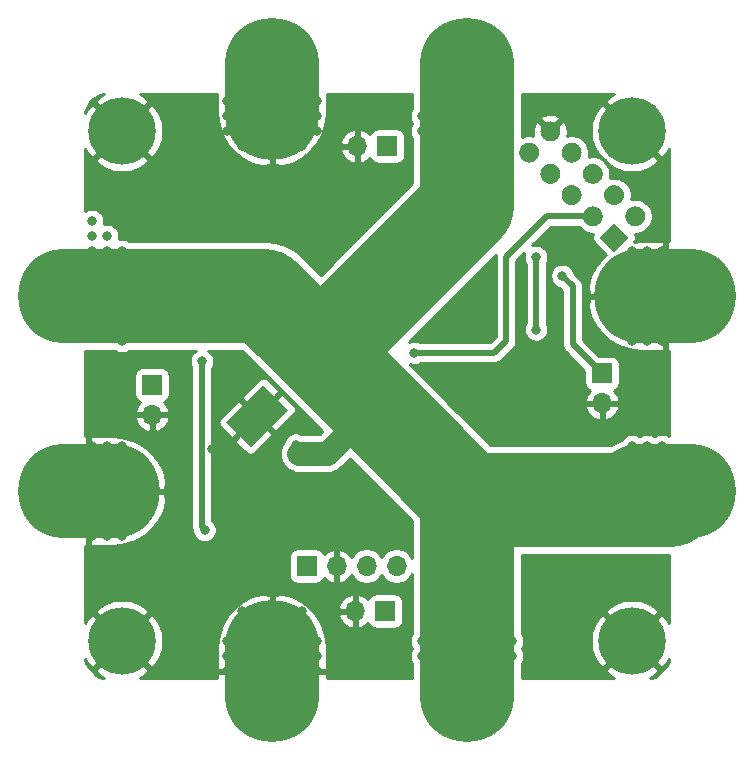
<source format=gbr>
%TF.GenerationSoftware,KiCad,Pcbnew,(5.1.8-0-10_14)*%
%TF.CreationDate,2021-02-16T17:48:47+08:00*%
%TF.ProjectId,batt_board,62617474-5f62-46f6-9172-642e6b696361,rev?*%
%TF.SameCoordinates,Original*%
%TF.FileFunction,Copper,L2,Bot*%
%TF.FilePolarity,Positive*%
%FSLAX46Y46*%
G04 Gerber Fmt 4.6, Leading zero omitted, Abs format (unit mm)*
G04 Created by KiCad (PCBNEW (5.1.8-0-10_14)) date 2021-02-16 17:48:47*
%MOMM*%
%LPD*%
G01*
G04 APERTURE LIST*
%TA.AperFunction,SMDPad,CuDef*%
%ADD10O,12.000000X8.000000*%
%TD*%
%TA.AperFunction,SMDPad,CuDef*%
%ADD11O,8.000000X12.000000*%
%TD*%
%TA.AperFunction,ComponentPad*%
%ADD12O,1.700000X1.700000*%
%TD*%
%TA.AperFunction,ComponentPad*%
%ADD13R,1.700000X1.700000*%
%TD*%
%TA.AperFunction,ComponentPad*%
%ADD14C,0.600000*%
%TD*%
%TA.AperFunction,SMDPad,CuDef*%
%ADD15C,0.100000*%
%TD*%
%TA.AperFunction,ComponentPad*%
%ADD16C,0.100000*%
%TD*%
%TA.AperFunction,ConnectorPad*%
%ADD17C,5.700000*%
%TD*%
%TA.AperFunction,ComponentPad*%
%ADD18C,3.600000*%
%TD*%
%TA.AperFunction,ViaPad*%
%ADD19C,0.800000*%
%TD*%
%TA.AperFunction,Conductor*%
%ADD20C,0.250000*%
%TD*%
%TA.AperFunction,Conductor*%
%ADD21C,8.000000*%
%TD*%
%TA.AperFunction,Conductor*%
%ADD22C,2.000000*%
%TD*%
%TA.AperFunction,Conductor*%
%ADD23C,0.500000*%
%TD*%
%TA.AperFunction,Conductor*%
%ADD24C,0.254000*%
%TD*%
%TA.AperFunction,Conductor*%
%ADD25C,0.100000*%
%TD*%
G04 APERTURE END LIST*
D10*
%TO.P,J3,2*%
%TO.N,/VCC_IN*%
X97520000Y-78740000D03*
%TO.P,J3,1*%
%TO.N,GND*%
X97520000Y-95250000D03*
%TD*%
D11*
%TO.P,J5,2*%
%TO.N,/VCC_IN*%
X129540000Y-61190000D03*
%TO.P,J5,1*%
%TO.N,GND*%
X113030000Y-61190000D03*
%TD*%
D10*
%TO.P,J4,2*%
%TO.N,/VCC_IN*%
X146320000Y-95250000D03*
%TO.P,J4,1*%
%TO.N,GND*%
X146320000Y-78740000D03*
%TD*%
D11*
%TO.P,J2,2*%
%TO.N,/VCC_IN*%
X129540000Y-110490000D03*
%TO.P,J2,1*%
%TO.N,GND*%
X113030000Y-110490000D03*
%TD*%
D12*
%TO.P,Receiver1,4*%
%TO.N,Net-(Receiver1-Pad4)*%
X123571000Y-101600000D03*
%TO.P,Receiver1,3*%
%TO.N,PMM*%
X121031000Y-101600000D03*
%TO.P,Receiver1,2*%
%TO.N,GND*%
X118491000Y-101600000D03*
D13*
%TO.P,Receiver1,1*%
%TO.N,+5V*%
X115951000Y-101600000D03*
%TD*%
D14*
%TO.P,U1,9*%
%TO.N,GND*%
X110911472Y-90597056D03*
X111689289Y-89819239D03*
X110840761Y-88970711D03*
X110062944Y-89748528D03*
X113457056Y-88051472D03*
X112608528Y-88900000D03*
X111760000Y-88051472D03*
X112608528Y-87202944D03*
%TA.AperFunction,SMDPad,CuDef*%
D15*
G36*
X109126027Y-89448008D02*
G01*
X112308008Y-86266027D01*
X114393973Y-88351992D01*
X111211992Y-91533973D01*
X109126027Y-89448008D01*
G37*
%TD.AperFunction*%
%TD*%
D12*
%TO.P,CH4,2*%
%TO.N,GND*%
X140970000Y-87830000D03*
D13*
%TO.P,CH4,1*%
%TO.N,PWM_CH4*%
X140970000Y-85290000D03*
%TD*%
D12*
%TO.P,CH3,2*%
%TO.N,GND*%
X120250000Y-66040000D03*
D13*
%TO.P,CH3,1*%
%TO.N,PWM_CH3*%
X122790000Y-66040000D03*
%TD*%
%TO.P,conn2upper1,10*%
%TO.N,GND*%
%TA.AperFunction,ComponentPad*%
G36*
G01*
X137198887Y-64205703D02*
X137198887Y-64205703D01*
G75*
G02*
X137198887Y-65407785I-601041J-601041D01*
G01*
X137198887Y-65407785D01*
G75*
G02*
X135996805Y-65407785I-601041J601041D01*
G01*
X135996805Y-65407785D01*
G75*
G02*
X135996805Y-64205703I601041J601041D01*
G01*
X135996805Y-64205703D01*
G75*
G02*
X137198887Y-64205703I601041J-601041D01*
G01*
G37*
%TD.AperFunction*%
%TO.P,conn2upper1,9*%
%TO.N,Net-(R9-Pad2)*%
%TA.AperFunction,ComponentPad*%
G36*
G01*
X135402836Y-66001754D02*
X135402836Y-66001754D01*
G75*
G02*
X135402836Y-67203836I-601041J-601041D01*
G01*
X135402836Y-67203836D01*
G75*
G02*
X134200754Y-67203836I-601041J601041D01*
G01*
X134200754Y-67203836D01*
G75*
G02*
X134200754Y-66001754I601041J601041D01*
G01*
X134200754Y-66001754D01*
G75*
G02*
X135402836Y-66001754I601041J-601041D01*
G01*
G37*
%TD.AperFunction*%
%TO.P,conn2upper1,8*%
%TO.N,Net-(R10-Pad2)*%
%TA.AperFunction,ComponentPad*%
G36*
G01*
X138994939Y-66001754D02*
X138994939Y-66001754D01*
G75*
G02*
X138994939Y-67203836I-601041J-601041D01*
G01*
X138994939Y-67203836D01*
G75*
G02*
X137792857Y-67203836I-601041J601041D01*
G01*
X137792857Y-67203836D01*
G75*
G02*
X137792857Y-66001754I601041J601041D01*
G01*
X137792857Y-66001754D01*
G75*
G02*
X138994939Y-66001754I601041J-601041D01*
G01*
G37*
%TD.AperFunction*%
%TO.P,conn2upper1,7*%
%TO.N,Net-(R11-Pad2)*%
%TA.AperFunction,ComponentPad*%
G36*
G01*
X137198887Y-67797805D02*
X137198887Y-67797805D01*
G75*
G02*
X137198887Y-68999887I-601041J-601041D01*
G01*
X137198887Y-68999887D01*
G75*
G02*
X135996805Y-68999887I-601041J601041D01*
G01*
X135996805Y-68999887D01*
G75*
G02*
X135996805Y-67797805I601041J601041D01*
G01*
X135996805Y-67797805D01*
G75*
G02*
X137198887Y-67797805I601041J-601041D01*
G01*
G37*
%TD.AperFunction*%
%TO.P,conn2upper1,6*%
%TO.N,Net-(R12-Pad2)*%
%TA.AperFunction,ComponentPad*%
G36*
G01*
X140790990Y-67797805D02*
X140790990Y-67797805D01*
G75*
G02*
X140790990Y-68999887I-601041J-601041D01*
G01*
X140790990Y-68999887D01*
G75*
G02*
X139588908Y-68999887I-601041J601041D01*
G01*
X139588908Y-68999887D01*
G75*
G02*
X139588908Y-67797805I601041J601041D01*
G01*
X139588908Y-67797805D01*
G75*
G02*
X140790990Y-67797805I601041J-601041D01*
G01*
G37*
%TD.AperFunction*%
%TO.P,conn2upper1,5*%
%TO.N,Net-(R13-Pad1)*%
%TA.AperFunction,ComponentPad*%
G36*
G01*
X138994939Y-69593857D02*
X138994939Y-69593857D01*
G75*
G02*
X138994939Y-70795939I-601041J-601041D01*
G01*
X138994939Y-70795939D01*
G75*
G02*
X137792857Y-70795939I-601041J601041D01*
G01*
X137792857Y-70795939D01*
G75*
G02*
X137792857Y-69593857I601041J601041D01*
G01*
X137792857Y-69593857D01*
G75*
G02*
X138994939Y-69593857I601041J-601041D01*
G01*
G37*
%TD.AperFunction*%
%TO.P,conn2upper1,4*%
%TO.N,Net-(conn2upper1-Pad4)*%
%TA.AperFunction,ComponentPad*%
G36*
G01*
X142587041Y-69593857D02*
X142587041Y-69593857D01*
G75*
G02*
X142587041Y-70795939I-601041J-601041D01*
G01*
X142587041Y-70795939D01*
G75*
G02*
X141384959Y-70795939I-601041J601041D01*
G01*
X141384959Y-70795939D01*
G75*
G02*
X141384959Y-69593857I601041J601041D01*
G01*
X141384959Y-69593857D01*
G75*
G02*
X142587041Y-69593857I601041J-601041D01*
G01*
G37*
%TD.AperFunction*%
%TO.P,conn2upper1,3*%
%TO.N,+5V*%
%TA.AperFunction,ComponentPad*%
G36*
G01*
X140790990Y-71389908D02*
X140790990Y-71389908D01*
G75*
G02*
X140790990Y-72591990I-601041J-601041D01*
G01*
X140790990Y-72591990D01*
G75*
G02*
X139588908Y-72591990I-601041J601041D01*
G01*
X139588908Y-72591990D01*
G75*
G02*
X139588908Y-71389908I601041J601041D01*
G01*
X139588908Y-71389908D01*
G75*
G02*
X140790990Y-71389908I601041J-601041D01*
G01*
G37*
%TD.AperFunction*%
%TO.P,conn2upper1,2*%
%TO.N,Net-(conn2upper1-Pad2)*%
%TA.AperFunction,ComponentPad*%
G36*
G01*
X144383092Y-71389908D02*
X144383092Y-71389908D01*
G75*
G02*
X144383092Y-72591990I-601041J-601041D01*
G01*
X144383092Y-72591990D01*
G75*
G02*
X143181010Y-72591990I-601041J601041D01*
G01*
X143181010Y-72591990D01*
G75*
G02*
X143181010Y-71389908I601041J601041D01*
G01*
X143181010Y-71389908D01*
G75*
G02*
X144383092Y-71389908I601041J-601041D01*
G01*
G37*
%TD.AperFunction*%
%TA.AperFunction,ComponentPad*%
D16*
%TO.P,conn2upper1,1*%
%TO.N,+3V3*%
G36*
X141986000Y-72584918D02*
G01*
X143188082Y-73787000D01*
X141986000Y-74989082D01*
X140783918Y-73787000D01*
X141986000Y-72584918D01*
G37*
%TD.AperFunction*%
%TD*%
D12*
%TO.P,CH2,2*%
%TO.N,GND*%
X102870000Y-88800000D03*
D13*
%TO.P,CH2,1*%
%TO.N,PWM_CH2*%
X102870000Y-86260000D03*
%TD*%
D12*
%TO.P,CH1,2*%
%TO.N,GND*%
X120080000Y-105410000D03*
D13*
%TO.P,CH1,1*%
%TO.N,PWM_CH1*%
X122620000Y-105410000D03*
%TD*%
D17*
%TO.P,H4,1*%
%TO.N,GND*%
X143510000Y-107950000D03*
D18*
X143510000Y-107950000D03*
%TD*%
D17*
%TO.P,H3,1*%
%TO.N,GND*%
X100330000Y-107950000D03*
D18*
X100330000Y-107950000D03*
%TD*%
D17*
%TO.P,H2,1*%
%TO.N,GND*%
X143510000Y-64770000D03*
D18*
X143510000Y-64770000D03*
%TD*%
D17*
%TO.P,H1,1*%
%TO.N,GND*%
X100330000Y-64770000D03*
D18*
X100330000Y-64770000D03*
%TD*%
D19*
%TO.N,GND*%
X110490000Y-66040000D03*
X115570000Y-66040000D03*
X114300000Y-66040000D03*
X111760000Y-66040000D03*
X109220000Y-63500000D03*
X109220000Y-64770000D03*
X110490000Y-64770000D03*
X116840000Y-64770000D03*
X115570000Y-64770000D03*
X116840000Y-63500000D03*
X116840000Y-62230000D03*
X115570000Y-62230000D03*
X100330000Y-99060000D03*
X99060000Y-99060000D03*
X97790000Y-99060000D03*
X97790000Y-95250000D03*
X97790000Y-93980000D03*
X100330000Y-93980000D03*
X99060000Y-93980000D03*
X99060000Y-95250000D03*
X100330000Y-95250000D03*
X100330000Y-95250000D03*
X100330000Y-96520000D03*
X99060000Y-96520000D03*
X97790000Y-96520000D03*
X97790000Y-97790000D03*
X99060000Y-97790000D03*
X100330000Y-97790000D03*
X100330000Y-97790000D03*
X101600000Y-97790000D03*
X101600000Y-96520000D03*
X101600000Y-95250000D03*
X101600000Y-95250000D03*
X101600000Y-93980000D03*
X100330000Y-91440000D03*
X99060000Y-91440000D03*
X97790000Y-91440000D03*
X101600000Y-92710000D03*
X100330000Y-92710000D03*
X99060000Y-92710000D03*
X97790000Y-92710000D03*
X116840000Y-110490000D03*
X115570000Y-110490000D03*
X114300000Y-110490000D03*
X113030000Y-110490000D03*
X111760000Y-110490000D03*
X110490000Y-110490000D03*
X109220000Y-110490000D03*
X116840000Y-109220000D03*
X115570000Y-109220000D03*
X114300000Y-109220000D03*
X113030000Y-109220000D03*
X111760000Y-109220000D03*
X110490000Y-109220000D03*
X110490000Y-109220000D03*
X109220000Y-109220000D03*
X116840000Y-107950000D03*
X115570000Y-107950000D03*
X113030000Y-107950000D03*
X114300000Y-107950000D03*
X111760000Y-107950000D03*
X110490000Y-107950000D03*
X109220000Y-107950000D03*
X110490000Y-105410000D03*
X115570000Y-105410000D03*
X114300000Y-105410000D03*
X113030000Y-105410000D03*
X113030000Y-105410000D03*
X111760000Y-105410000D03*
X115570000Y-106680000D03*
X113030000Y-106680000D03*
X114300000Y-106680000D03*
X111760000Y-106680000D03*
X110490000Y-106680000D03*
X143510000Y-82550000D03*
X146050000Y-74930000D03*
X144780000Y-74930000D03*
X146050000Y-82550000D03*
X144780000Y-82550000D03*
X144780000Y-80010000D03*
X143510000Y-80010000D03*
X143510000Y-78740000D03*
X144780000Y-78740000D03*
X144780000Y-77470000D03*
X143510000Y-77470000D03*
X142240000Y-78740000D03*
X142240000Y-80010000D03*
X142240000Y-81280000D03*
X143510000Y-81280000D03*
X144780000Y-81280000D03*
X146050000Y-81280000D03*
X146050000Y-80010000D03*
X146050000Y-78740000D03*
X146050000Y-77470000D03*
X146050000Y-76200000D03*
X144780000Y-76200000D03*
X143510000Y-76200000D03*
X114300000Y-63500000D03*
X113030000Y-64770000D03*
X110490000Y-62230000D03*
X111760000Y-63500000D03*
X113030000Y-62230000D03*
X115570000Y-63500000D03*
X114300000Y-62230000D03*
X113030000Y-66040000D03*
X114300000Y-64770000D03*
X111760000Y-64770000D03*
X113030000Y-63500000D03*
X110490000Y-63500000D03*
X111760000Y-62230000D03*
X109220000Y-62230000D03*
X142240000Y-77470000D03*
X142240000Y-76200000D03*
X143510000Y-74930000D03*
X123571000Y-68834000D03*
X127921564Y-86360000D03*
X107950000Y-91694000D03*
X113411000Y-94742000D03*
X114406534Y-95631000D03*
X130175000Y-77978000D03*
X130911600Y-77724000D03*
%TO.N,/VCC_IN*%
X127000000Y-105346500D03*
X125730000Y-64770000D03*
X130810000Y-66040000D03*
X132080000Y-64770000D03*
X132080000Y-66040000D03*
X129540000Y-66040000D03*
X129540000Y-66040000D03*
X125730000Y-63500000D03*
X127000000Y-64770000D03*
X128270000Y-64770000D03*
X129540000Y-64770000D03*
X130810000Y-64770000D03*
X130810000Y-63500000D03*
X132080000Y-63500000D03*
X129540000Y-63500000D03*
X128270000Y-63500000D03*
X127000000Y-63500000D03*
X125730000Y-109220000D03*
X127000000Y-109220000D03*
X128270000Y-109220000D03*
X128270000Y-109220000D03*
X129540000Y-109220000D03*
X130810000Y-109220000D03*
X132080000Y-109220000D03*
X133350000Y-107950000D03*
X133350000Y-107950000D03*
X125730000Y-107950000D03*
X130810000Y-105410000D03*
X132080000Y-105410000D03*
X132080000Y-106680000D03*
X130810000Y-106680000D03*
X130810000Y-107950000D03*
X132080000Y-107950000D03*
X129540000Y-107950000D03*
X129540000Y-106680000D03*
X128270000Y-107950000D03*
X127000000Y-107950000D03*
X127000000Y-106680000D03*
X128270000Y-106680000D03*
X128270000Y-106680000D03*
X132207000Y-103568500D03*
X128270000Y-105410000D03*
X100330000Y-82550000D03*
X143510000Y-99060000D03*
X143510000Y-91440000D03*
X146050000Y-91440000D03*
X144780000Y-91440000D03*
X144780000Y-91440000D03*
X146050000Y-99060000D03*
X144780000Y-99060000D03*
X142240000Y-97790000D03*
X142240000Y-96520000D03*
X142240000Y-95250000D03*
X142240000Y-93980000D03*
X142240000Y-92710000D03*
X146050000Y-97790000D03*
X144780000Y-97790000D03*
X143510000Y-97790000D03*
X143510000Y-96520000D03*
X144780000Y-96520000D03*
X146050000Y-96520000D03*
X146050000Y-95250000D03*
X144780000Y-95250000D03*
X143510000Y-95250000D03*
X143510000Y-93980000D03*
X144780000Y-93980000D03*
X146050000Y-93980000D03*
X146050000Y-92710000D03*
X144780000Y-92710000D03*
X143510000Y-92710000D03*
X97790000Y-73660000D03*
X97790000Y-72390000D03*
X99060000Y-74930000D03*
X100330000Y-76200000D03*
X100330000Y-76200000D03*
X101600000Y-77470000D03*
X102870000Y-78740000D03*
X97790000Y-80010000D03*
X99060000Y-81280000D03*
X100330000Y-81280000D03*
X99060000Y-80010000D03*
X97790000Y-78740000D03*
X97790000Y-76200000D03*
X99060000Y-77470000D03*
X100330000Y-78740000D03*
X101600000Y-80010000D03*
X101600000Y-81280000D03*
X100330000Y-80010000D03*
X99060000Y-78740000D03*
X97790000Y-77470000D03*
X97790000Y-74930000D03*
X99060000Y-76200000D03*
X100330000Y-77470000D03*
X101600000Y-78740000D03*
X102870000Y-80010000D03*
X104140000Y-78740000D03*
X102870000Y-77470000D03*
X101600000Y-76200000D03*
X100330000Y-74930000D03*
X99060000Y-73660000D03*
X129540000Y-105410000D03*
X129540000Y-105410000D03*
X129540000Y-105410000D03*
X129540000Y-105410000D03*
X129540000Y-105410000D03*
X129540000Y-105410000D03*
X129540000Y-105410000D03*
X129540000Y-105410000D03*
X115316000Y-92075000D03*
X130810000Y-67310000D03*
X127635000Y-67818000D03*
X115030250Y-91313000D03*
X133350000Y-109220000D03*
%TO.N,PMM*%
X135392235Y-75448235D03*
X135392235Y-81587265D03*
%TO.N,+5V*%
X125053015Y-83544485D03*
%TO.N,PWM_CH1*%
X107097490Y-84264500D03*
X107315000Y-98552000D03*
%TO.N,PWM_CH4*%
X137604500Y-77025500D03*
%TD*%
D20*
%TO.N,/VCC_IN*%
X129540000Y-61575002D02*
X129540000Y-61575002D01*
D21*
X97520000Y-78740000D02*
X112375002Y-78740000D01*
X146704998Y-96012000D02*
X129540000Y-96012000D01*
D20*
X128885002Y-95250000D02*
X112375002Y-78740000D01*
X129540000Y-61575002D02*
X129540000Y-61310010D01*
D21*
X129540000Y-64008000D02*
X129540000Y-67310000D01*
X117147501Y-83512499D02*
X112375002Y-78740000D01*
X129540000Y-95904998D02*
X129540000Y-110490000D01*
D20*
X123656251Y-90021249D02*
X119782751Y-90021249D01*
D21*
X129540000Y-95904998D02*
X123656251Y-90021249D01*
X123656251Y-90021249D02*
X117147501Y-83512499D01*
D22*
X117729000Y-92075000D02*
X116205000Y-92075000D01*
X119782751Y-90021249D02*
X117729000Y-92075000D01*
D21*
X129540000Y-67310000D02*
X129540000Y-70358000D01*
D22*
X116205000Y-92075000D02*
X115316000Y-92075000D01*
D21*
X129540000Y-71120000D02*
X118417501Y-82242499D01*
D20*
%TO.N,PMM*%
X135392235Y-81587265D02*
X135392235Y-81587265D01*
D23*
X135392235Y-75448235D02*
X135392235Y-81587265D01*
%TO.N,+5V*%
X131847515Y-83544485D02*
X125053015Y-83544485D01*
X132842000Y-82550000D02*
X131847515Y-83544485D01*
X136289051Y-71990949D02*
X132842000Y-75438000D01*
X132842000Y-75438000D02*
X132842000Y-82550000D01*
X140189949Y-71990949D02*
X136289051Y-71990949D01*
D20*
%TO.N,PWM_CH1*%
X107097490Y-98334490D02*
X107315000Y-98552000D01*
D23*
X107097490Y-84264500D02*
X107097490Y-98334490D01*
%TO.N,PWM_CH4*%
X137604500Y-77025500D02*
X138493500Y-77914500D01*
X138493500Y-82813500D02*
X140970000Y-85290000D01*
X138493500Y-77914500D02*
X138493500Y-82813500D01*
%TD*%
D24*
%TO.N,GND*%
X146660000Y-106451318D02*
X146427506Y-106013201D01*
X146415850Y-105995757D01*
X145962033Y-105677572D01*
X143689605Y-107950000D01*
X145962033Y-110222428D01*
X146415850Y-109904243D01*
X146628467Y-109509315D01*
X146621091Y-109584545D01*
X146515220Y-109935206D01*
X146479251Y-110002854D01*
X145484130Y-110957357D01*
X145157385Y-111058502D01*
X145069469Y-111067742D01*
X145446799Y-110867506D01*
X145464243Y-110855850D01*
X145782428Y-110402033D01*
X143510000Y-108129605D01*
X141237572Y-110402033D01*
X141555757Y-110855850D01*
X142009256Y-111100000D01*
X134175000Y-111100000D01*
X134175000Y-109848251D01*
X134267205Y-109710256D01*
X134345226Y-109521898D01*
X134385000Y-109321939D01*
X134385000Y-109118061D01*
X134345226Y-108918102D01*
X134267205Y-108729744D01*
X134175000Y-108591749D01*
X134175000Y-108578251D01*
X134267205Y-108440256D01*
X134345226Y-108251898D01*
X134385000Y-108051939D01*
X134385000Y-107939510D01*
X140008155Y-107939510D01*
X140073395Y-108622888D01*
X140270702Y-109280407D01*
X140592494Y-109886799D01*
X140604150Y-109904243D01*
X141057967Y-110222428D01*
X143330395Y-107950000D01*
X141057967Y-105677572D01*
X140604150Y-105995757D01*
X140278731Y-106600210D01*
X140077488Y-107256535D01*
X140008155Y-107939510D01*
X134385000Y-107939510D01*
X134385000Y-107848061D01*
X134345226Y-107648102D01*
X134267205Y-107459744D01*
X134175000Y-107321749D01*
X134175000Y-105497967D01*
X141237572Y-105497967D01*
X143510000Y-107770395D01*
X145782428Y-105497967D01*
X145464243Y-105044150D01*
X144859790Y-104718731D01*
X144203465Y-104517488D01*
X143520490Y-104448155D01*
X142837112Y-104513395D01*
X142179593Y-104710702D01*
X141573201Y-105032494D01*
X141555757Y-105044150D01*
X141237572Y-105497967D01*
X134175000Y-105497967D01*
X134175000Y-100647000D01*
X146660000Y-100647000D01*
X146660000Y-106451318D01*
%TA.AperFunction,Conductor*%
D25*
G36*
X146660000Y-106451318D02*
G01*
X146427506Y-106013201D01*
X146415850Y-105995757D01*
X145962033Y-105677572D01*
X143689605Y-107950000D01*
X145962033Y-110222428D01*
X146415850Y-109904243D01*
X146628467Y-109509315D01*
X146621091Y-109584545D01*
X146515220Y-109935206D01*
X146479251Y-110002854D01*
X145484130Y-110957357D01*
X145157385Y-111058502D01*
X145069469Y-111067742D01*
X145446799Y-110867506D01*
X145464243Y-110855850D01*
X145782428Y-110402033D01*
X143510000Y-108129605D01*
X141237572Y-110402033D01*
X141555757Y-110855850D01*
X142009256Y-111100000D01*
X134175000Y-111100000D01*
X134175000Y-109848251D01*
X134267205Y-109710256D01*
X134345226Y-109521898D01*
X134385000Y-109321939D01*
X134385000Y-109118061D01*
X134345226Y-108918102D01*
X134267205Y-108729744D01*
X134175000Y-108591749D01*
X134175000Y-108578251D01*
X134267205Y-108440256D01*
X134345226Y-108251898D01*
X134385000Y-108051939D01*
X134385000Y-107939510D01*
X140008155Y-107939510D01*
X140073395Y-108622888D01*
X140270702Y-109280407D01*
X140592494Y-109886799D01*
X140604150Y-109904243D01*
X141057967Y-110222428D01*
X143330395Y-107950000D01*
X141057967Y-105677572D01*
X140604150Y-105995757D01*
X140278731Y-106600210D01*
X140077488Y-107256535D01*
X140008155Y-107939510D01*
X134385000Y-107939510D01*
X134385000Y-107848061D01*
X134345226Y-107648102D01*
X134267205Y-107459744D01*
X134175000Y-107321749D01*
X134175000Y-105497967D01*
X141237572Y-105497967D01*
X143510000Y-107770395D01*
X145782428Y-105497967D01*
X145464243Y-105044150D01*
X144859790Y-104718731D01*
X144203465Y-104517488D01*
X143520490Y-104448155D01*
X142837112Y-104513395D01*
X142179593Y-104710702D01*
X141573201Y-105032494D01*
X141555757Y-105044150D01*
X141237572Y-105497967D01*
X134175000Y-105497967D01*
X134175000Y-100647000D01*
X146660000Y-100647000D01*
X146660000Y-106451318D01*
G37*
%TD.AperFunction*%
D24*
X99839744Y-83467205D02*
X100028102Y-83545226D01*
X100228061Y-83585000D01*
X100431939Y-83585000D01*
X100631898Y-83545226D01*
X100820256Y-83467205D01*
X100958251Y-83375000D01*
X106565770Y-83375000D01*
X106437716Y-83460563D01*
X106293553Y-83604726D01*
X106180285Y-83774244D01*
X106102264Y-83962602D01*
X106062490Y-84162561D01*
X106062490Y-84366439D01*
X106102264Y-84566398D01*
X106180285Y-84754756D01*
X106212490Y-84802954D01*
X106212491Y-98377967D01*
X106225296Y-98507980D01*
X106275902Y-98674803D01*
X106289039Y-98699381D01*
X106319774Y-98853898D01*
X106397795Y-99042256D01*
X106511063Y-99211774D01*
X106655226Y-99355937D01*
X106824744Y-99469205D01*
X107013102Y-99547226D01*
X107213061Y-99587000D01*
X107416939Y-99587000D01*
X107616898Y-99547226D01*
X107805256Y-99469205D01*
X107974774Y-99355937D01*
X108118937Y-99211774D01*
X108232205Y-99042256D01*
X108310226Y-98853898D01*
X108350000Y-98653939D01*
X108350000Y-98450061D01*
X108310226Y-98250102D01*
X108232205Y-98061744D01*
X108118937Y-97892226D01*
X107982490Y-97755779D01*
X107982490Y-89448008D01*
X108487955Y-89448008D01*
X108500216Y-89572489D01*
X108536525Y-89692187D01*
X108595489Y-89802502D01*
X108674842Y-89899193D01*
X109517941Y-90737947D01*
X109742448Y-90737947D01*
X110079274Y-90401121D01*
X110141096Y-90470056D01*
X110189944Y-90470056D01*
X110189944Y-90518904D01*
X110258879Y-90580726D01*
X109922053Y-90917552D01*
X109922053Y-91142059D01*
X110760807Y-91985158D01*
X110857498Y-92064511D01*
X110967813Y-92123475D01*
X111087511Y-92159784D01*
X111211992Y-92172045D01*
X111336473Y-92159784D01*
X111456172Y-92123475D01*
X111566486Y-92064511D01*
X111663177Y-91985158D01*
X113049940Y-90594051D01*
X113049940Y-90369545D01*
X112412593Y-89732198D01*
X112457150Y-89692239D01*
X112459665Y-89692239D01*
X112470002Y-89680713D01*
X112481528Y-89670376D01*
X112481528Y-89667861D01*
X112588352Y-89548747D01*
X113229545Y-90189940D01*
X113454051Y-90189940D01*
X114845158Y-88803177D01*
X114924511Y-88706486D01*
X114983475Y-88596172D01*
X115019784Y-88476473D01*
X115032045Y-88351992D01*
X115019784Y-88227511D01*
X114983475Y-88107813D01*
X114924511Y-87997498D01*
X114845158Y-87900807D01*
X114002059Y-87062053D01*
X113777552Y-87062053D01*
X113440726Y-87398879D01*
X113378904Y-87329944D01*
X113330056Y-87329944D01*
X113330056Y-87281096D01*
X113261121Y-87219274D01*
X113597947Y-86882448D01*
X113597947Y-86657941D01*
X112759193Y-85814842D01*
X112662502Y-85735489D01*
X112552187Y-85676525D01*
X112432489Y-85640216D01*
X112308008Y-85627955D01*
X112183527Y-85640216D01*
X112063828Y-85676525D01*
X111953514Y-85735489D01*
X111856823Y-85814842D01*
X110470060Y-87205949D01*
X110470060Y-87430455D01*
X111111253Y-88071648D01*
X110992139Y-88178472D01*
X110989624Y-88178472D01*
X110979287Y-88189998D01*
X110967761Y-88200335D01*
X110967761Y-88202850D01*
X110927802Y-88247407D01*
X110290455Y-87610060D01*
X110065949Y-87610060D01*
X108674842Y-88996823D01*
X108595489Y-89093514D01*
X108536525Y-89203828D01*
X108500216Y-89323527D01*
X108487955Y-89448008D01*
X107982490Y-89448008D01*
X107982490Y-84802954D01*
X108014695Y-84754756D01*
X108092716Y-84566398D01*
X108132490Y-84366439D01*
X108132490Y-84162561D01*
X108092716Y-83962602D01*
X108014695Y-83774244D01*
X107901427Y-83604726D01*
X107757264Y-83460563D01*
X107629210Y-83375000D01*
X110455123Y-83375000D01*
X114031065Y-86950943D01*
X114031071Y-86950948D01*
X117285942Y-90205819D01*
X117051762Y-90440000D01*
X115586664Y-90440000D01*
X115520506Y-90395795D01*
X115332148Y-90317774D01*
X115132189Y-90278000D01*
X114928311Y-90278000D01*
X114728352Y-90317774D01*
X114539994Y-90395795D01*
X114370476Y-90509063D01*
X114226313Y-90653226D01*
X114113045Y-90822744D01*
X114035024Y-91011102D01*
X114022552Y-91073805D01*
X113949969Y-91162248D01*
X113798148Y-91446285D01*
X113704657Y-91754484D01*
X113673089Y-92075000D01*
X113704657Y-92395516D01*
X113798148Y-92703715D01*
X113949969Y-92987752D01*
X114154286Y-93236714D01*
X114403248Y-93441031D01*
X114687285Y-93592852D01*
X114995484Y-93686343D01*
X115235678Y-93710000D01*
X117648681Y-93710000D01*
X117729000Y-93717911D01*
X117809319Y-93710000D01*
X117809322Y-93710000D01*
X118049516Y-93686343D01*
X118357715Y-93592852D01*
X118641752Y-93441031D01*
X118890714Y-93236714D01*
X118941924Y-93174314D01*
X119598181Y-92518058D01*
X124905000Y-97824877D01*
X124905000Y-100940070D01*
X124886990Y-100896589D01*
X124724475Y-100653368D01*
X124517632Y-100446525D01*
X124274411Y-100284010D01*
X124004158Y-100172068D01*
X123717260Y-100115000D01*
X123424740Y-100115000D01*
X123137842Y-100172068D01*
X122867589Y-100284010D01*
X122624368Y-100446525D01*
X122417525Y-100653368D01*
X122301000Y-100827760D01*
X122184475Y-100653368D01*
X121977632Y-100446525D01*
X121734411Y-100284010D01*
X121464158Y-100172068D01*
X121177260Y-100115000D01*
X120884740Y-100115000D01*
X120597842Y-100172068D01*
X120327589Y-100284010D01*
X120084368Y-100446525D01*
X119877525Y-100653368D01*
X119755805Y-100835534D01*
X119686178Y-100718645D01*
X119491269Y-100502412D01*
X119257920Y-100328359D01*
X118995099Y-100203175D01*
X118847890Y-100158524D01*
X118618000Y-100279845D01*
X118618000Y-101473000D01*
X118638000Y-101473000D01*
X118638000Y-101727000D01*
X118618000Y-101727000D01*
X118618000Y-102920155D01*
X118847890Y-103041476D01*
X118995099Y-102996825D01*
X119257920Y-102871641D01*
X119491269Y-102697588D01*
X119686178Y-102481355D01*
X119755805Y-102364466D01*
X119877525Y-102546632D01*
X120084368Y-102753475D01*
X120327589Y-102915990D01*
X120597842Y-103027932D01*
X120884740Y-103085000D01*
X121177260Y-103085000D01*
X121464158Y-103027932D01*
X121734411Y-102915990D01*
X121977632Y-102753475D01*
X122184475Y-102546632D01*
X122301000Y-102372240D01*
X122417525Y-102546632D01*
X122624368Y-102753475D01*
X122867589Y-102915990D01*
X123137842Y-103027932D01*
X123424740Y-103085000D01*
X123717260Y-103085000D01*
X124004158Y-103027932D01*
X124274411Y-102915990D01*
X124517632Y-102753475D01*
X124724475Y-102546632D01*
X124886990Y-102303411D01*
X124905000Y-102259930D01*
X124905001Y-107321748D01*
X124812795Y-107459744D01*
X124734774Y-107648102D01*
X124695000Y-107848061D01*
X124695000Y-108051939D01*
X124734774Y-108251898D01*
X124812795Y-108440256D01*
X124905000Y-108578251D01*
X124905000Y-108591749D01*
X124812795Y-108729744D01*
X124734774Y-108918102D01*
X124695000Y-109118061D01*
X124695000Y-109321939D01*
X124734774Y-109521898D01*
X124812795Y-109710256D01*
X124905000Y-109848251D01*
X124905000Y-111100000D01*
X117665000Y-111100000D01*
X117665000Y-110617000D01*
X113157000Y-110617000D01*
X113157000Y-110637000D01*
X112903000Y-110637000D01*
X112903000Y-110617000D01*
X108395000Y-110617000D01*
X108395000Y-111100000D01*
X101828682Y-111100000D01*
X102266799Y-110867506D01*
X102284243Y-110855850D01*
X102602428Y-110402033D01*
X100330000Y-108129605D01*
X98057572Y-110402033D01*
X98375757Y-110855850D01*
X98770685Y-111068467D01*
X98695455Y-111061091D01*
X98344794Y-110955220D01*
X98140572Y-110846634D01*
X97415532Y-110105833D01*
X97329816Y-109947304D01*
X97221498Y-109597385D01*
X97212258Y-109509469D01*
X97412494Y-109886799D01*
X97424150Y-109904243D01*
X97877967Y-110222428D01*
X100150395Y-107950000D01*
X100509605Y-107950000D01*
X102782033Y-110222428D01*
X103235850Y-109904243D01*
X103561269Y-109299790D01*
X103762512Y-108643465D01*
X103790983Y-108363000D01*
X108395000Y-108363000D01*
X108395000Y-110363000D01*
X112903000Y-110363000D01*
X112903000Y-104015552D01*
X113157000Y-104015552D01*
X113157000Y-110363000D01*
X117665000Y-110363000D01*
X117665000Y-108363000D01*
X117551163Y-107461197D01*
X117263581Y-106598930D01*
X116813304Y-105809336D01*
X116776480Y-105766891D01*
X118638519Y-105766891D01*
X118735843Y-106041252D01*
X118884822Y-106291355D01*
X119079731Y-106507588D01*
X119313080Y-106681641D01*
X119575901Y-106806825D01*
X119723110Y-106851476D01*
X119953000Y-106730155D01*
X119953000Y-105537000D01*
X118759186Y-105537000D01*
X118638519Y-105766891D01*
X116776480Y-105766891D01*
X116217637Y-105122758D01*
X116127864Y-105053109D01*
X118638519Y-105053109D01*
X118759186Y-105283000D01*
X119953000Y-105283000D01*
X119953000Y-104089845D01*
X120207000Y-104089845D01*
X120207000Y-105283000D01*
X120227000Y-105283000D01*
X120227000Y-105537000D01*
X120207000Y-105537000D01*
X120207000Y-106730155D01*
X120436890Y-106851476D01*
X120584099Y-106806825D01*
X120846920Y-106681641D01*
X121080269Y-106507588D01*
X121156034Y-106423534D01*
X121180498Y-106504180D01*
X121239463Y-106614494D01*
X121318815Y-106711185D01*
X121415506Y-106790537D01*
X121525820Y-106849502D01*
X121645518Y-106885812D01*
X121770000Y-106898072D01*
X123470000Y-106898072D01*
X123594482Y-106885812D01*
X123714180Y-106849502D01*
X123824494Y-106790537D01*
X123921185Y-106711185D01*
X124000537Y-106614494D01*
X124059502Y-106504180D01*
X124095812Y-106384482D01*
X124108072Y-106260000D01*
X124108072Y-104560000D01*
X124095812Y-104435518D01*
X124059502Y-104315820D01*
X124000537Y-104205506D01*
X123921185Y-104108815D01*
X123824494Y-104029463D01*
X123714180Y-103970498D01*
X123594482Y-103934188D01*
X123470000Y-103921928D01*
X121770000Y-103921928D01*
X121645518Y-103934188D01*
X121525820Y-103970498D01*
X121415506Y-104029463D01*
X121318815Y-104108815D01*
X121239463Y-104205506D01*
X121180498Y-104315820D01*
X121156034Y-104396466D01*
X121080269Y-104312412D01*
X120846920Y-104138359D01*
X120584099Y-104013175D01*
X120436890Y-103968524D01*
X120207000Y-104089845D01*
X119953000Y-104089845D01*
X119723110Y-103968524D01*
X119575901Y-104013175D01*
X119313080Y-104138359D01*
X119079731Y-104312412D01*
X118884822Y-104528645D01*
X118735843Y-104778748D01*
X118638519Y-105053109D01*
X116127864Y-105053109D01*
X115499471Y-104565581D01*
X114686405Y-104159218D01*
X113880238Y-103933650D01*
X113157000Y-104015552D01*
X112903000Y-104015552D01*
X112179762Y-103933650D01*
X111373595Y-104159218D01*
X110560529Y-104565581D01*
X109842363Y-105122758D01*
X109246696Y-105809336D01*
X108796419Y-106598930D01*
X108508837Y-107461197D01*
X108395000Y-108363000D01*
X103790983Y-108363000D01*
X103831845Y-107960490D01*
X103766605Y-107277112D01*
X103569298Y-106619593D01*
X103247506Y-106013201D01*
X103235850Y-105995757D01*
X102782033Y-105677572D01*
X100509605Y-107950000D01*
X100150395Y-107950000D01*
X97877967Y-105677572D01*
X97424150Y-105995757D01*
X97180000Y-106449256D01*
X97180000Y-105497967D01*
X98057572Y-105497967D01*
X100330000Y-107770395D01*
X102602428Y-105497967D01*
X102284243Y-105044150D01*
X101679790Y-104718731D01*
X101023465Y-104517488D01*
X100340490Y-104448155D01*
X99657112Y-104513395D01*
X98999593Y-104710702D01*
X98393201Y-105032494D01*
X98375757Y-105044150D01*
X98057572Y-105497967D01*
X97180000Y-105497967D01*
X97180000Y-100750000D01*
X114462928Y-100750000D01*
X114462928Y-102450000D01*
X114475188Y-102574482D01*
X114511498Y-102694180D01*
X114570463Y-102804494D01*
X114649815Y-102901185D01*
X114746506Y-102980537D01*
X114856820Y-103039502D01*
X114976518Y-103075812D01*
X115101000Y-103088072D01*
X116801000Y-103088072D01*
X116925482Y-103075812D01*
X117045180Y-103039502D01*
X117155494Y-102980537D01*
X117252185Y-102901185D01*
X117331537Y-102804494D01*
X117390502Y-102694180D01*
X117414966Y-102613534D01*
X117490731Y-102697588D01*
X117724080Y-102871641D01*
X117986901Y-102996825D01*
X118134110Y-103041476D01*
X118364000Y-102920155D01*
X118364000Y-101727000D01*
X118344000Y-101727000D01*
X118344000Y-101473000D01*
X118364000Y-101473000D01*
X118364000Y-100279845D01*
X118134110Y-100158524D01*
X117986901Y-100203175D01*
X117724080Y-100328359D01*
X117490731Y-100502412D01*
X117414966Y-100586466D01*
X117390502Y-100505820D01*
X117331537Y-100395506D01*
X117252185Y-100298815D01*
X117155494Y-100219463D01*
X117045180Y-100160498D01*
X116925482Y-100124188D01*
X116801000Y-100111928D01*
X115101000Y-100111928D01*
X114976518Y-100124188D01*
X114856820Y-100160498D01*
X114746506Y-100219463D01*
X114649815Y-100298815D01*
X114570463Y-100395506D01*
X114511498Y-100505820D01*
X114475188Y-100625518D01*
X114462928Y-100750000D01*
X97180000Y-100750000D01*
X97180000Y-99885000D01*
X97393000Y-99885000D01*
X97393000Y-95377000D01*
X97647000Y-95377000D01*
X97647000Y-99885000D01*
X99647000Y-99885000D01*
X100548803Y-99771163D01*
X101411070Y-99483581D01*
X102200664Y-99033304D01*
X102887242Y-98437637D01*
X103444419Y-97719471D01*
X103850782Y-96906405D01*
X104076350Y-96100238D01*
X103994448Y-95377000D01*
X97647000Y-95377000D01*
X97393000Y-95377000D01*
X97373000Y-95377000D01*
X97373000Y-95123000D01*
X97393000Y-95123000D01*
X97393000Y-90615000D01*
X97647000Y-90615000D01*
X97647000Y-95123000D01*
X103994448Y-95123000D01*
X104076350Y-94399762D01*
X103850782Y-93593595D01*
X103444419Y-92780529D01*
X102887242Y-92062363D01*
X102200664Y-91466696D01*
X101411070Y-91016419D01*
X100548803Y-90728837D01*
X99647000Y-90615000D01*
X97647000Y-90615000D01*
X97393000Y-90615000D01*
X97180000Y-90615000D01*
X97180000Y-89156890D01*
X101428524Y-89156890D01*
X101473175Y-89304099D01*
X101598359Y-89566920D01*
X101772412Y-89800269D01*
X101988645Y-89995178D01*
X102238748Y-90144157D01*
X102513109Y-90241481D01*
X102743000Y-90120814D01*
X102743000Y-88927000D01*
X102997000Y-88927000D01*
X102997000Y-90120814D01*
X103226891Y-90241481D01*
X103501252Y-90144157D01*
X103751355Y-89995178D01*
X103967588Y-89800269D01*
X104141641Y-89566920D01*
X104266825Y-89304099D01*
X104311476Y-89156890D01*
X104190155Y-88927000D01*
X102997000Y-88927000D01*
X102743000Y-88927000D01*
X101549845Y-88927000D01*
X101428524Y-89156890D01*
X97180000Y-89156890D01*
X97180000Y-85410000D01*
X101381928Y-85410000D01*
X101381928Y-87110000D01*
X101394188Y-87234482D01*
X101430498Y-87354180D01*
X101489463Y-87464494D01*
X101568815Y-87561185D01*
X101665506Y-87640537D01*
X101775820Y-87699502D01*
X101856466Y-87723966D01*
X101772412Y-87799731D01*
X101598359Y-88033080D01*
X101473175Y-88295901D01*
X101428524Y-88443110D01*
X101549845Y-88673000D01*
X102743000Y-88673000D01*
X102743000Y-88653000D01*
X102997000Y-88653000D01*
X102997000Y-88673000D01*
X104190155Y-88673000D01*
X104311476Y-88443110D01*
X104266825Y-88295901D01*
X104141641Y-88033080D01*
X103967588Y-87799731D01*
X103883534Y-87723966D01*
X103964180Y-87699502D01*
X104074494Y-87640537D01*
X104171185Y-87561185D01*
X104250537Y-87464494D01*
X104309502Y-87354180D01*
X104345812Y-87234482D01*
X104358072Y-87110000D01*
X104358072Y-85410000D01*
X104345812Y-85285518D01*
X104309502Y-85165820D01*
X104250537Y-85055506D01*
X104171185Y-84958815D01*
X104074494Y-84879463D01*
X103964180Y-84820498D01*
X103844482Y-84784188D01*
X103720000Y-84771928D01*
X102020000Y-84771928D01*
X101895518Y-84784188D01*
X101775820Y-84820498D01*
X101665506Y-84879463D01*
X101568815Y-84958815D01*
X101489463Y-85055506D01*
X101430498Y-85165820D01*
X101394188Y-85285518D01*
X101381928Y-85410000D01*
X97180000Y-85410000D01*
X97180000Y-83375000D01*
X99701749Y-83375000D01*
X99839744Y-83467205D01*
%TA.AperFunction,Conductor*%
D25*
G36*
X99839744Y-83467205D02*
G01*
X100028102Y-83545226D01*
X100228061Y-83585000D01*
X100431939Y-83585000D01*
X100631898Y-83545226D01*
X100820256Y-83467205D01*
X100958251Y-83375000D01*
X106565770Y-83375000D01*
X106437716Y-83460563D01*
X106293553Y-83604726D01*
X106180285Y-83774244D01*
X106102264Y-83962602D01*
X106062490Y-84162561D01*
X106062490Y-84366439D01*
X106102264Y-84566398D01*
X106180285Y-84754756D01*
X106212490Y-84802954D01*
X106212491Y-98377967D01*
X106225296Y-98507980D01*
X106275902Y-98674803D01*
X106289039Y-98699381D01*
X106319774Y-98853898D01*
X106397795Y-99042256D01*
X106511063Y-99211774D01*
X106655226Y-99355937D01*
X106824744Y-99469205D01*
X107013102Y-99547226D01*
X107213061Y-99587000D01*
X107416939Y-99587000D01*
X107616898Y-99547226D01*
X107805256Y-99469205D01*
X107974774Y-99355937D01*
X108118937Y-99211774D01*
X108232205Y-99042256D01*
X108310226Y-98853898D01*
X108350000Y-98653939D01*
X108350000Y-98450061D01*
X108310226Y-98250102D01*
X108232205Y-98061744D01*
X108118937Y-97892226D01*
X107982490Y-97755779D01*
X107982490Y-89448008D01*
X108487955Y-89448008D01*
X108500216Y-89572489D01*
X108536525Y-89692187D01*
X108595489Y-89802502D01*
X108674842Y-89899193D01*
X109517941Y-90737947D01*
X109742448Y-90737947D01*
X110079274Y-90401121D01*
X110141096Y-90470056D01*
X110189944Y-90470056D01*
X110189944Y-90518904D01*
X110258879Y-90580726D01*
X109922053Y-90917552D01*
X109922053Y-91142059D01*
X110760807Y-91985158D01*
X110857498Y-92064511D01*
X110967813Y-92123475D01*
X111087511Y-92159784D01*
X111211992Y-92172045D01*
X111336473Y-92159784D01*
X111456172Y-92123475D01*
X111566486Y-92064511D01*
X111663177Y-91985158D01*
X113049940Y-90594051D01*
X113049940Y-90369545D01*
X112412593Y-89732198D01*
X112457150Y-89692239D01*
X112459665Y-89692239D01*
X112470002Y-89680713D01*
X112481528Y-89670376D01*
X112481528Y-89667861D01*
X112588352Y-89548747D01*
X113229545Y-90189940D01*
X113454051Y-90189940D01*
X114845158Y-88803177D01*
X114924511Y-88706486D01*
X114983475Y-88596172D01*
X115019784Y-88476473D01*
X115032045Y-88351992D01*
X115019784Y-88227511D01*
X114983475Y-88107813D01*
X114924511Y-87997498D01*
X114845158Y-87900807D01*
X114002059Y-87062053D01*
X113777552Y-87062053D01*
X113440726Y-87398879D01*
X113378904Y-87329944D01*
X113330056Y-87329944D01*
X113330056Y-87281096D01*
X113261121Y-87219274D01*
X113597947Y-86882448D01*
X113597947Y-86657941D01*
X112759193Y-85814842D01*
X112662502Y-85735489D01*
X112552187Y-85676525D01*
X112432489Y-85640216D01*
X112308008Y-85627955D01*
X112183527Y-85640216D01*
X112063828Y-85676525D01*
X111953514Y-85735489D01*
X111856823Y-85814842D01*
X110470060Y-87205949D01*
X110470060Y-87430455D01*
X111111253Y-88071648D01*
X110992139Y-88178472D01*
X110989624Y-88178472D01*
X110979287Y-88189998D01*
X110967761Y-88200335D01*
X110967761Y-88202850D01*
X110927802Y-88247407D01*
X110290455Y-87610060D01*
X110065949Y-87610060D01*
X108674842Y-88996823D01*
X108595489Y-89093514D01*
X108536525Y-89203828D01*
X108500216Y-89323527D01*
X108487955Y-89448008D01*
X107982490Y-89448008D01*
X107982490Y-84802954D01*
X108014695Y-84754756D01*
X108092716Y-84566398D01*
X108132490Y-84366439D01*
X108132490Y-84162561D01*
X108092716Y-83962602D01*
X108014695Y-83774244D01*
X107901427Y-83604726D01*
X107757264Y-83460563D01*
X107629210Y-83375000D01*
X110455123Y-83375000D01*
X114031065Y-86950943D01*
X114031071Y-86950948D01*
X117285942Y-90205819D01*
X117051762Y-90440000D01*
X115586664Y-90440000D01*
X115520506Y-90395795D01*
X115332148Y-90317774D01*
X115132189Y-90278000D01*
X114928311Y-90278000D01*
X114728352Y-90317774D01*
X114539994Y-90395795D01*
X114370476Y-90509063D01*
X114226313Y-90653226D01*
X114113045Y-90822744D01*
X114035024Y-91011102D01*
X114022552Y-91073805D01*
X113949969Y-91162248D01*
X113798148Y-91446285D01*
X113704657Y-91754484D01*
X113673089Y-92075000D01*
X113704657Y-92395516D01*
X113798148Y-92703715D01*
X113949969Y-92987752D01*
X114154286Y-93236714D01*
X114403248Y-93441031D01*
X114687285Y-93592852D01*
X114995484Y-93686343D01*
X115235678Y-93710000D01*
X117648681Y-93710000D01*
X117729000Y-93717911D01*
X117809319Y-93710000D01*
X117809322Y-93710000D01*
X118049516Y-93686343D01*
X118357715Y-93592852D01*
X118641752Y-93441031D01*
X118890714Y-93236714D01*
X118941924Y-93174314D01*
X119598181Y-92518058D01*
X124905000Y-97824877D01*
X124905000Y-100940070D01*
X124886990Y-100896589D01*
X124724475Y-100653368D01*
X124517632Y-100446525D01*
X124274411Y-100284010D01*
X124004158Y-100172068D01*
X123717260Y-100115000D01*
X123424740Y-100115000D01*
X123137842Y-100172068D01*
X122867589Y-100284010D01*
X122624368Y-100446525D01*
X122417525Y-100653368D01*
X122301000Y-100827760D01*
X122184475Y-100653368D01*
X121977632Y-100446525D01*
X121734411Y-100284010D01*
X121464158Y-100172068D01*
X121177260Y-100115000D01*
X120884740Y-100115000D01*
X120597842Y-100172068D01*
X120327589Y-100284010D01*
X120084368Y-100446525D01*
X119877525Y-100653368D01*
X119755805Y-100835534D01*
X119686178Y-100718645D01*
X119491269Y-100502412D01*
X119257920Y-100328359D01*
X118995099Y-100203175D01*
X118847890Y-100158524D01*
X118618000Y-100279845D01*
X118618000Y-101473000D01*
X118638000Y-101473000D01*
X118638000Y-101727000D01*
X118618000Y-101727000D01*
X118618000Y-102920155D01*
X118847890Y-103041476D01*
X118995099Y-102996825D01*
X119257920Y-102871641D01*
X119491269Y-102697588D01*
X119686178Y-102481355D01*
X119755805Y-102364466D01*
X119877525Y-102546632D01*
X120084368Y-102753475D01*
X120327589Y-102915990D01*
X120597842Y-103027932D01*
X120884740Y-103085000D01*
X121177260Y-103085000D01*
X121464158Y-103027932D01*
X121734411Y-102915990D01*
X121977632Y-102753475D01*
X122184475Y-102546632D01*
X122301000Y-102372240D01*
X122417525Y-102546632D01*
X122624368Y-102753475D01*
X122867589Y-102915990D01*
X123137842Y-103027932D01*
X123424740Y-103085000D01*
X123717260Y-103085000D01*
X124004158Y-103027932D01*
X124274411Y-102915990D01*
X124517632Y-102753475D01*
X124724475Y-102546632D01*
X124886990Y-102303411D01*
X124905000Y-102259930D01*
X124905001Y-107321748D01*
X124812795Y-107459744D01*
X124734774Y-107648102D01*
X124695000Y-107848061D01*
X124695000Y-108051939D01*
X124734774Y-108251898D01*
X124812795Y-108440256D01*
X124905000Y-108578251D01*
X124905000Y-108591749D01*
X124812795Y-108729744D01*
X124734774Y-108918102D01*
X124695000Y-109118061D01*
X124695000Y-109321939D01*
X124734774Y-109521898D01*
X124812795Y-109710256D01*
X124905000Y-109848251D01*
X124905000Y-111100000D01*
X117665000Y-111100000D01*
X117665000Y-110617000D01*
X113157000Y-110617000D01*
X113157000Y-110637000D01*
X112903000Y-110637000D01*
X112903000Y-110617000D01*
X108395000Y-110617000D01*
X108395000Y-111100000D01*
X101828682Y-111100000D01*
X102266799Y-110867506D01*
X102284243Y-110855850D01*
X102602428Y-110402033D01*
X100330000Y-108129605D01*
X98057572Y-110402033D01*
X98375757Y-110855850D01*
X98770685Y-111068467D01*
X98695455Y-111061091D01*
X98344794Y-110955220D01*
X98140572Y-110846634D01*
X97415532Y-110105833D01*
X97329816Y-109947304D01*
X97221498Y-109597385D01*
X97212258Y-109509469D01*
X97412494Y-109886799D01*
X97424150Y-109904243D01*
X97877967Y-110222428D01*
X100150395Y-107950000D01*
X100509605Y-107950000D01*
X102782033Y-110222428D01*
X103235850Y-109904243D01*
X103561269Y-109299790D01*
X103762512Y-108643465D01*
X103790983Y-108363000D01*
X108395000Y-108363000D01*
X108395000Y-110363000D01*
X112903000Y-110363000D01*
X112903000Y-104015552D01*
X113157000Y-104015552D01*
X113157000Y-110363000D01*
X117665000Y-110363000D01*
X117665000Y-108363000D01*
X117551163Y-107461197D01*
X117263581Y-106598930D01*
X116813304Y-105809336D01*
X116776480Y-105766891D01*
X118638519Y-105766891D01*
X118735843Y-106041252D01*
X118884822Y-106291355D01*
X119079731Y-106507588D01*
X119313080Y-106681641D01*
X119575901Y-106806825D01*
X119723110Y-106851476D01*
X119953000Y-106730155D01*
X119953000Y-105537000D01*
X118759186Y-105537000D01*
X118638519Y-105766891D01*
X116776480Y-105766891D01*
X116217637Y-105122758D01*
X116127864Y-105053109D01*
X118638519Y-105053109D01*
X118759186Y-105283000D01*
X119953000Y-105283000D01*
X119953000Y-104089845D01*
X120207000Y-104089845D01*
X120207000Y-105283000D01*
X120227000Y-105283000D01*
X120227000Y-105537000D01*
X120207000Y-105537000D01*
X120207000Y-106730155D01*
X120436890Y-106851476D01*
X120584099Y-106806825D01*
X120846920Y-106681641D01*
X121080269Y-106507588D01*
X121156034Y-106423534D01*
X121180498Y-106504180D01*
X121239463Y-106614494D01*
X121318815Y-106711185D01*
X121415506Y-106790537D01*
X121525820Y-106849502D01*
X121645518Y-106885812D01*
X121770000Y-106898072D01*
X123470000Y-106898072D01*
X123594482Y-106885812D01*
X123714180Y-106849502D01*
X123824494Y-106790537D01*
X123921185Y-106711185D01*
X124000537Y-106614494D01*
X124059502Y-106504180D01*
X124095812Y-106384482D01*
X124108072Y-106260000D01*
X124108072Y-104560000D01*
X124095812Y-104435518D01*
X124059502Y-104315820D01*
X124000537Y-104205506D01*
X123921185Y-104108815D01*
X123824494Y-104029463D01*
X123714180Y-103970498D01*
X123594482Y-103934188D01*
X123470000Y-103921928D01*
X121770000Y-103921928D01*
X121645518Y-103934188D01*
X121525820Y-103970498D01*
X121415506Y-104029463D01*
X121318815Y-104108815D01*
X121239463Y-104205506D01*
X121180498Y-104315820D01*
X121156034Y-104396466D01*
X121080269Y-104312412D01*
X120846920Y-104138359D01*
X120584099Y-104013175D01*
X120436890Y-103968524D01*
X120207000Y-104089845D01*
X119953000Y-104089845D01*
X119723110Y-103968524D01*
X119575901Y-104013175D01*
X119313080Y-104138359D01*
X119079731Y-104312412D01*
X118884822Y-104528645D01*
X118735843Y-104778748D01*
X118638519Y-105053109D01*
X116127864Y-105053109D01*
X115499471Y-104565581D01*
X114686405Y-104159218D01*
X113880238Y-103933650D01*
X113157000Y-104015552D01*
X112903000Y-104015552D01*
X112179762Y-103933650D01*
X111373595Y-104159218D01*
X110560529Y-104565581D01*
X109842363Y-105122758D01*
X109246696Y-105809336D01*
X108796419Y-106598930D01*
X108508837Y-107461197D01*
X108395000Y-108363000D01*
X103790983Y-108363000D01*
X103831845Y-107960490D01*
X103766605Y-107277112D01*
X103569298Y-106619593D01*
X103247506Y-106013201D01*
X103235850Y-105995757D01*
X102782033Y-105677572D01*
X100509605Y-107950000D01*
X100150395Y-107950000D01*
X97877967Y-105677572D01*
X97424150Y-105995757D01*
X97180000Y-106449256D01*
X97180000Y-105497967D01*
X98057572Y-105497967D01*
X100330000Y-107770395D01*
X102602428Y-105497967D01*
X102284243Y-105044150D01*
X101679790Y-104718731D01*
X101023465Y-104517488D01*
X100340490Y-104448155D01*
X99657112Y-104513395D01*
X98999593Y-104710702D01*
X98393201Y-105032494D01*
X98375757Y-105044150D01*
X98057572Y-105497967D01*
X97180000Y-105497967D01*
X97180000Y-100750000D01*
X114462928Y-100750000D01*
X114462928Y-102450000D01*
X114475188Y-102574482D01*
X114511498Y-102694180D01*
X114570463Y-102804494D01*
X114649815Y-102901185D01*
X114746506Y-102980537D01*
X114856820Y-103039502D01*
X114976518Y-103075812D01*
X115101000Y-103088072D01*
X116801000Y-103088072D01*
X116925482Y-103075812D01*
X117045180Y-103039502D01*
X117155494Y-102980537D01*
X117252185Y-102901185D01*
X117331537Y-102804494D01*
X117390502Y-102694180D01*
X117414966Y-102613534D01*
X117490731Y-102697588D01*
X117724080Y-102871641D01*
X117986901Y-102996825D01*
X118134110Y-103041476D01*
X118364000Y-102920155D01*
X118364000Y-101727000D01*
X118344000Y-101727000D01*
X118344000Y-101473000D01*
X118364000Y-101473000D01*
X118364000Y-100279845D01*
X118134110Y-100158524D01*
X117986901Y-100203175D01*
X117724080Y-100328359D01*
X117490731Y-100502412D01*
X117414966Y-100586466D01*
X117390502Y-100505820D01*
X117331537Y-100395506D01*
X117252185Y-100298815D01*
X117155494Y-100219463D01*
X117045180Y-100160498D01*
X116925482Y-100124188D01*
X116801000Y-100111928D01*
X115101000Y-100111928D01*
X114976518Y-100124188D01*
X114856820Y-100160498D01*
X114746506Y-100219463D01*
X114649815Y-100298815D01*
X114570463Y-100395506D01*
X114511498Y-100505820D01*
X114475188Y-100625518D01*
X114462928Y-100750000D01*
X97180000Y-100750000D01*
X97180000Y-99885000D01*
X97393000Y-99885000D01*
X97393000Y-95377000D01*
X97647000Y-95377000D01*
X97647000Y-99885000D01*
X99647000Y-99885000D01*
X100548803Y-99771163D01*
X101411070Y-99483581D01*
X102200664Y-99033304D01*
X102887242Y-98437637D01*
X103444419Y-97719471D01*
X103850782Y-96906405D01*
X104076350Y-96100238D01*
X103994448Y-95377000D01*
X97647000Y-95377000D01*
X97393000Y-95377000D01*
X97373000Y-95377000D01*
X97373000Y-95123000D01*
X97393000Y-95123000D01*
X97393000Y-90615000D01*
X97647000Y-90615000D01*
X97647000Y-95123000D01*
X103994448Y-95123000D01*
X104076350Y-94399762D01*
X103850782Y-93593595D01*
X103444419Y-92780529D01*
X102887242Y-92062363D01*
X102200664Y-91466696D01*
X101411070Y-91016419D01*
X100548803Y-90728837D01*
X99647000Y-90615000D01*
X97647000Y-90615000D01*
X97393000Y-90615000D01*
X97180000Y-90615000D01*
X97180000Y-89156890D01*
X101428524Y-89156890D01*
X101473175Y-89304099D01*
X101598359Y-89566920D01*
X101772412Y-89800269D01*
X101988645Y-89995178D01*
X102238748Y-90144157D01*
X102513109Y-90241481D01*
X102743000Y-90120814D01*
X102743000Y-88927000D01*
X102997000Y-88927000D01*
X102997000Y-90120814D01*
X103226891Y-90241481D01*
X103501252Y-90144157D01*
X103751355Y-89995178D01*
X103967588Y-89800269D01*
X104141641Y-89566920D01*
X104266825Y-89304099D01*
X104311476Y-89156890D01*
X104190155Y-88927000D01*
X102997000Y-88927000D01*
X102743000Y-88927000D01*
X101549845Y-88927000D01*
X101428524Y-89156890D01*
X97180000Y-89156890D01*
X97180000Y-85410000D01*
X101381928Y-85410000D01*
X101381928Y-87110000D01*
X101394188Y-87234482D01*
X101430498Y-87354180D01*
X101489463Y-87464494D01*
X101568815Y-87561185D01*
X101665506Y-87640537D01*
X101775820Y-87699502D01*
X101856466Y-87723966D01*
X101772412Y-87799731D01*
X101598359Y-88033080D01*
X101473175Y-88295901D01*
X101428524Y-88443110D01*
X101549845Y-88673000D01*
X102743000Y-88673000D01*
X102743000Y-88653000D01*
X102997000Y-88653000D01*
X102997000Y-88673000D01*
X104190155Y-88673000D01*
X104311476Y-88443110D01*
X104266825Y-88295901D01*
X104141641Y-88033080D01*
X103967588Y-87799731D01*
X103883534Y-87723966D01*
X103964180Y-87699502D01*
X104074494Y-87640537D01*
X104171185Y-87561185D01*
X104250537Y-87464494D01*
X104309502Y-87354180D01*
X104345812Y-87234482D01*
X104358072Y-87110000D01*
X104358072Y-85410000D01*
X104345812Y-85285518D01*
X104309502Y-85165820D01*
X104250537Y-85055506D01*
X104171185Y-84958815D01*
X104074494Y-84879463D01*
X103964180Y-84820498D01*
X103844482Y-84784188D01*
X103720000Y-84771928D01*
X102020000Y-84771928D01*
X101895518Y-84784188D01*
X101775820Y-84820498D01*
X101665506Y-84879463D01*
X101568815Y-84958815D01*
X101489463Y-85055506D01*
X101430498Y-85165820D01*
X101394188Y-85285518D01*
X101381928Y-85410000D01*
X97180000Y-85410000D01*
X97180000Y-83375000D01*
X99701749Y-83375000D01*
X99839744Y-83467205D01*
G37*
%TD.AperFunction*%
D24*
X111760000Y-88720395D02*
X111776330Y-88704065D01*
X111838152Y-88773000D01*
X111887000Y-88773000D01*
X111887000Y-88821848D01*
X111955935Y-88883670D01*
X111939605Y-88900000D01*
X111959781Y-88920176D01*
X111840667Y-89027000D01*
X111838152Y-89027000D01*
X111827815Y-89038526D01*
X111816289Y-89048863D01*
X111816289Y-89051378D01*
X111776330Y-89095935D01*
X111760000Y-89079605D01*
X111672959Y-89166646D01*
X111611137Y-89097711D01*
X111562289Y-89097711D01*
X111562289Y-89048863D01*
X111493354Y-88987041D01*
X111580395Y-88900000D01*
X111564065Y-88883670D01*
X111608622Y-88843711D01*
X111611137Y-88843711D01*
X111621474Y-88832185D01*
X111633000Y-88821848D01*
X111633000Y-88819333D01*
X111739824Y-88700219D01*
X111760000Y-88720395D01*
%TA.AperFunction,Conductor*%
D25*
G36*
X111760000Y-88720395D02*
G01*
X111776330Y-88704065D01*
X111838152Y-88773000D01*
X111887000Y-88773000D01*
X111887000Y-88821848D01*
X111955935Y-88883670D01*
X111939605Y-88900000D01*
X111959781Y-88920176D01*
X111840667Y-89027000D01*
X111838152Y-89027000D01*
X111827815Y-89038526D01*
X111816289Y-89048863D01*
X111816289Y-89051378D01*
X111776330Y-89095935D01*
X111760000Y-89079605D01*
X111672959Y-89166646D01*
X111611137Y-89097711D01*
X111562289Y-89097711D01*
X111562289Y-89048863D01*
X111493354Y-88987041D01*
X111580395Y-88900000D01*
X111564065Y-88883670D01*
X111608622Y-88843711D01*
X111611137Y-88843711D01*
X111621474Y-88832185D01*
X111633000Y-88821848D01*
X111633000Y-88819333D01*
X111739824Y-88700219D01*
X111760000Y-88720395D01*
G37*
%TD.AperFunction*%
D24*
X141573201Y-61852494D02*
X141555757Y-61864150D01*
X141237572Y-62317967D01*
X143510000Y-64590395D01*
X143524143Y-64576253D01*
X143703748Y-64755858D01*
X143689605Y-64770000D01*
X145962033Y-67042428D01*
X146415850Y-66724243D01*
X146660001Y-66270742D01*
X146660001Y-74105000D01*
X146447000Y-74105000D01*
X146447000Y-78613000D01*
X146467000Y-78613000D01*
X146467000Y-78867000D01*
X146447000Y-78867000D01*
X146447000Y-83375000D01*
X146660001Y-83375000D01*
X146660000Y-90602805D01*
X146540256Y-90522795D01*
X146351898Y-90444774D01*
X146151939Y-90405000D01*
X145948061Y-90405000D01*
X145748102Y-90444774D01*
X145559744Y-90522795D01*
X145421749Y-90615000D01*
X145408251Y-90615000D01*
X145270256Y-90522795D01*
X145081898Y-90444774D01*
X144881939Y-90405000D01*
X144678061Y-90405000D01*
X144478102Y-90444774D01*
X144289744Y-90522795D01*
X144151749Y-90615000D01*
X144138251Y-90615000D01*
X144000256Y-90522795D01*
X143811898Y-90444774D01*
X143611939Y-90405000D01*
X143408061Y-90405000D01*
X143208102Y-90444774D01*
X143019744Y-90522795D01*
X142850226Y-90636063D01*
X142706063Y-90780226D01*
X142609023Y-90925457D01*
X142537680Y-90947099D01*
X141733393Y-91377000D01*
X131566881Y-91377000D01*
X128376771Y-88186890D01*
X139528524Y-88186890D01*
X139573175Y-88334099D01*
X139698359Y-88596920D01*
X139872412Y-88830269D01*
X140088645Y-89025178D01*
X140338748Y-89174157D01*
X140613109Y-89271481D01*
X140843000Y-89150814D01*
X140843000Y-87957000D01*
X141097000Y-87957000D01*
X141097000Y-89150814D01*
X141326891Y-89271481D01*
X141601252Y-89174157D01*
X141851355Y-89025178D01*
X142067588Y-88830269D01*
X142241641Y-88596920D01*
X142366825Y-88334099D01*
X142411476Y-88186890D01*
X142290155Y-87957000D01*
X141097000Y-87957000D01*
X140843000Y-87957000D01*
X139649845Y-87957000D01*
X139528524Y-88186890D01*
X128376771Y-88186890D01*
X124714371Y-84524490D01*
X124751117Y-84539711D01*
X124951076Y-84579485D01*
X125154954Y-84579485D01*
X125354913Y-84539711D01*
X125543271Y-84461690D01*
X125591469Y-84429485D01*
X131804046Y-84429485D01*
X131847515Y-84433766D01*
X131890984Y-84429485D01*
X131890992Y-84429485D01*
X132021005Y-84416680D01*
X132187828Y-84366074D01*
X132341574Y-84283896D01*
X132476332Y-84173302D01*
X132504049Y-84139529D01*
X133437049Y-83206530D01*
X133470817Y-83178817D01*
X133581411Y-83044059D01*
X133663589Y-82890313D01*
X133714195Y-82723490D01*
X133727000Y-82593477D01*
X133727000Y-82593467D01*
X133731281Y-82550001D01*
X133727000Y-82506535D01*
X133727000Y-75804578D01*
X134405330Y-75126248D01*
X134397009Y-75146337D01*
X134357235Y-75346296D01*
X134357235Y-75550174D01*
X134397009Y-75750133D01*
X134475030Y-75938491D01*
X134507235Y-75986689D01*
X134507236Y-81048809D01*
X134475030Y-81097009D01*
X134397009Y-81285367D01*
X134357235Y-81485326D01*
X134357235Y-81689204D01*
X134397009Y-81889163D01*
X134475030Y-82077521D01*
X134588298Y-82247039D01*
X134732461Y-82391202D01*
X134901979Y-82504470D01*
X135090337Y-82582491D01*
X135290296Y-82622265D01*
X135494174Y-82622265D01*
X135694133Y-82582491D01*
X135882491Y-82504470D01*
X136052009Y-82391202D01*
X136196172Y-82247039D01*
X136309440Y-82077521D01*
X136387461Y-81889163D01*
X136427235Y-81689204D01*
X136427235Y-81485326D01*
X136387461Y-81285367D01*
X136309440Y-81097009D01*
X136277235Y-81048811D01*
X136277235Y-76923561D01*
X136569500Y-76923561D01*
X136569500Y-77127439D01*
X136609274Y-77327398D01*
X136687295Y-77515756D01*
X136800563Y-77685274D01*
X136944726Y-77829437D01*
X137114244Y-77942705D01*
X137302602Y-78020726D01*
X137359457Y-78032035D01*
X137608500Y-78281079D01*
X137608501Y-82770021D01*
X137604219Y-82813500D01*
X137621305Y-82986990D01*
X137671912Y-83153813D01*
X137754090Y-83307559D01*
X137836968Y-83408546D01*
X137836971Y-83408549D01*
X137864684Y-83442317D01*
X137898451Y-83470029D01*
X139481928Y-85053507D01*
X139481928Y-86140000D01*
X139494188Y-86264482D01*
X139530498Y-86384180D01*
X139589463Y-86494494D01*
X139668815Y-86591185D01*
X139765506Y-86670537D01*
X139875820Y-86729502D01*
X139956466Y-86753966D01*
X139872412Y-86829731D01*
X139698359Y-87063080D01*
X139573175Y-87325901D01*
X139528524Y-87473110D01*
X139649845Y-87703000D01*
X140843000Y-87703000D01*
X140843000Y-87683000D01*
X141097000Y-87683000D01*
X141097000Y-87703000D01*
X142290155Y-87703000D01*
X142411476Y-87473110D01*
X142366825Y-87325901D01*
X142241641Y-87063080D01*
X142067588Y-86829731D01*
X141983534Y-86753966D01*
X142064180Y-86729502D01*
X142174494Y-86670537D01*
X142271185Y-86591185D01*
X142350537Y-86494494D01*
X142409502Y-86384180D01*
X142445812Y-86264482D01*
X142458072Y-86140000D01*
X142458072Y-84440000D01*
X142445812Y-84315518D01*
X142409502Y-84195820D01*
X142350537Y-84085506D01*
X142271185Y-83988815D01*
X142174494Y-83909463D01*
X142064180Y-83850498D01*
X141944482Y-83814188D01*
X141820000Y-83801928D01*
X140733507Y-83801928D01*
X139378500Y-82446922D01*
X139378500Y-79590238D01*
X139763650Y-79590238D01*
X139989218Y-80396405D01*
X140395581Y-81209471D01*
X140952758Y-81927637D01*
X141639336Y-82523304D01*
X142428930Y-82973581D01*
X143291197Y-83261163D01*
X144193000Y-83375000D01*
X146193000Y-83375000D01*
X146193000Y-78867000D01*
X139845552Y-78867000D01*
X139763650Y-79590238D01*
X139378500Y-79590238D01*
X139378500Y-77957969D01*
X139382781Y-77914500D01*
X139378500Y-77871031D01*
X139378500Y-77871023D01*
X139365695Y-77741010D01*
X139315089Y-77574187D01*
X139232911Y-77420441D01*
X139150032Y-77319453D01*
X139150030Y-77319451D01*
X139122317Y-77285683D01*
X139088550Y-77257971D01*
X138611035Y-76780457D01*
X138599726Y-76723602D01*
X138521705Y-76535244D01*
X138408437Y-76365726D01*
X138264274Y-76221563D01*
X138094756Y-76108295D01*
X137906398Y-76030274D01*
X137706439Y-75990500D01*
X137502561Y-75990500D01*
X137302602Y-76030274D01*
X137114244Y-76108295D01*
X136944726Y-76221563D01*
X136800563Y-76365726D01*
X136687295Y-76535244D01*
X136609274Y-76723602D01*
X136569500Y-76923561D01*
X136277235Y-76923561D01*
X136277235Y-75986689D01*
X136309440Y-75938491D01*
X136387461Y-75750133D01*
X136427235Y-75550174D01*
X136427235Y-75346296D01*
X136387461Y-75146337D01*
X136309440Y-74957979D01*
X136196172Y-74788461D01*
X136052009Y-74644298D01*
X135882491Y-74531030D01*
X135694133Y-74453009D01*
X135494174Y-74413235D01*
X135290296Y-74413235D01*
X135090337Y-74453009D01*
X135070248Y-74461330D01*
X136655630Y-72875949D01*
X138995293Y-72875949D01*
X139036474Y-72937581D01*
X139243317Y-73144424D01*
X139486538Y-73306939D01*
X139756791Y-73418881D01*
X140043689Y-73475949D01*
X140230160Y-73475949D01*
X140194416Y-73542820D01*
X140158106Y-73662518D01*
X140145846Y-73787000D01*
X140158106Y-73911482D01*
X140194416Y-74031180D01*
X140253381Y-74141494D01*
X140332733Y-74238185D01*
X141324442Y-75229894D01*
X140952758Y-75552363D01*
X140395581Y-76270529D01*
X139989218Y-77083595D01*
X139763650Y-77889762D01*
X139845552Y-78613000D01*
X146193000Y-78613000D01*
X146193000Y-74105000D01*
X144193000Y-74105000D01*
X143697206Y-74167585D01*
X143718619Y-74141494D01*
X143777584Y-74031180D01*
X143813894Y-73911482D01*
X143826154Y-73787000D01*
X143813894Y-73662518D01*
X143777584Y-73542820D01*
X143741840Y-73475949D01*
X143928311Y-73475949D01*
X144215209Y-73418881D01*
X144485462Y-73306939D01*
X144728683Y-73144424D01*
X144935526Y-72937581D01*
X145098041Y-72694360D01*
X145209983Y-72424107D01*
X145267051Y-72137209D01*
X145267051Y-71844689D01*
X145209983Y-71557791D01*
X145098041Y-71287538D01*
X144935526Y-71044317D01*
X144728683Y-70837474D01*
X144485462Y-70674959D01*
X144215209Y-70563017D01*
X143928311Y-70505949D01*
X143635791Y-70505949D01*
X143430082Y-70546867D01*
X143471000Y-70341158D01*
X143471000Y-70048638D01*
X143413932Y-69761740D01*
X143301990Y-69491487D01*
X143139475Y-69248266D01*
X142932632Y-69041423D01*
X142689411Y-68878908D01*
X142419158Y-68766966D01*
X142132260Y-68709898D01*
X141839740Y-68709898D01*
X141634030Y-68750817D01*
X141674949Y-68545106D01*
X141674949Y-68252586D01*
X141617881Y-67965688D01*
X141505939Y-67695435D01*
X141343424Y-67452214D01*
X141175409Y-67284199D01*
X141237573Y-67222035D01*
X141555757Y-67675850D01*
X142160210Y-68001269D01*
X142816535Y-68202512D01*
X143499510Y-68271845D01*
X144182888Y-68206605D01*
X144840407Y-68009298D01*
X145446799Y-67687506D01*
X145464243Y-67675850D01*
X145782428Y-67222033D01*
X143510000Y-64949605D01*
X143495858Y-64963748D01*
X143316253Y-64784143D01*
X143330395Y-64770000D01*
X141057967Y-62497572D01*
X140604150Y-62815757D01*
X140278731Y-63420210D01*
X140077488Y-64076535D01*
X140008155Y-64759510D01*
X140073395Y-65442888D01*
X140270702Y-66100407D01*
X140592494Y-66706799D01*
X140604150Y-66724243D01*
X141057965Y-67042427D01*
X140967798Y-67132594D01*
X140893360Y-67082856D01*
X140623107Y-66970914D01*
X140336209Y-66913846D01*
X140043689Y-66913846D01*
X139837980Y-66954764D01*
X139878898Y-66749055D01*
X139878898Y-66456535D01*
X139821830Y-66169637D01*
X139709888Y-65899384D01*
X139547373Y-65656163D01*
X139340530Y-65449320D01*
X139097309Y-65286805D01*
X138827056Y-65174863D01*
X138540158Y-65117795D01*
X138247638Y-65117795D01*
X138032758Y-65160538D01*
X138066177Y-65028650D01*
X138081255Y-64737929D01*
X138039326Y-64449852D01*
X137942002Y-64175491D01*
X137869483Y-64039826D01*
X137621139Y-63963056D01*
X136777451Y-64806744D01*
X136791594Y-64820887D01*
X136611989Y-65000492D01*
X136597846Y-64986349D01*
X136583704Y-65000492D01*
X136404099Y-64820887D01*
X136418241Y-64806744D01*
X135574087Y-63962590D01*
X135326205Y-64039823D01*
X135201021Y-64302644D01*
X135129515Y-64584838D01*
X135114437Y-64875559D01*
X135155706Y-65159100D01*
X134948055Y-65117795D01*
X134655535Y-65117795D01*
X134368637Y-65174863D01*
X134175000Y-65255070D01*
X134175000Y-63782985D01*
X135753692Y-63782985D01*
X136597846Y-64627139D01*
X137441534Y-63783451D01*
X137364764Y-63535107D01*
X137229099Y-63462588D01*
X136954738Y-63365264D01*
X136666661Y-63323335D01*
X136375940Y-63338413D01*
X136093746Y-63409919D01*
X135830925Y-63535103D01*
X135753692Y-63782985D01*
X134175000Y-63782985D01*
X134175000Y-63780305D01*
X134157143Y-63599000D01*
X134175000Y-63417695D01*
X134175000Y-61620000D01*
X142011318Y-61620000D01*
X141573201Y-61852494D01*
%TA.AperFunction,Conductor*%
D25*
G36*
X141573201Y-61852494D02*
G01*
X141555757Y-61864150D01*
X141237572Y-62317967D01*
X143510000Y-64590395D01*
X143524143Y-64576253D01*
X143703748Y-64755858D01*
X143689605Y-64770000D01*
X145962033Y-67042428D01*
X146415850Y-66724243D01*
X146660001Y-66270742D01*
X146660001Y-74105000D01*
X146447000Y-74105000D01*
X146447000Y-78613000D01*
X146467000Y-78613000D01*
X146467000Y-78867000D01*
X146447000Y-78867000D01*
X146447000Y-83375000D01*
X146660001Y-83375000D01*
X146660000Y-90602805D01*
X146540256Y-90522795D01*
X146351898Y-90444774D01*
X146151939Y-90405000D01*
X145948061Y-90405000D01*
X145748102Y-90444774D01*
X145559744Y-90522795D01*
X145421749Y-90615000D01*
X145408251Y-90615000D01*
X145270256Y-90522795D01*
X145081898Y-90444774D01*
X144881939Y-90405000D01*
X144678061Y-90405000D01*
X144478102Y-90444774D01*
X144289744Y-90522795D01*
X144151749Y-90615000D01*
X144138251Y-90615000D01*
X144000256Y-90522795D01*
X143811898Y-90444774D01*
X143611939Y-90405000D01*
X143408061Y-90405000D01*
X143208102Y-90444774D01*
X143019744Y-90522795D01*
X142850226Y-90636063D01*
X142706063Y-90780226D01*
X142609023Y-90925457D01*
X142537680Y-90947099D01*
X141733393Y-91377000D01*
X131566881Y-91377000D01*
X128376771Y-88186890D01*
X139528524Y-88186890D01*
X139573175Y-88334099D01*
X139698359Y-88596920D01*
X139872412Y-88830269D01*
X140088645Y-89025178D01*
X140338748Y-89174157D01*
X140613109Y-89271481D01*
X140843000Y-89150814D01*
X140843000Y-87957000D01*
X141097000Y-87957000D01*
X141097000Y-89150814D01*
X141326891Y-89271481D01*
X141601252Y-89174157D01*
X141851355Y-89025178D01*
X142067588Y-88830269D01*
X142241641Y-88596920D01*
X142366825Y-88334099D01*
X142411476Y-88186890D01*
X142290155Y-87957000D01*
X141097000Y-87957000D01*
X140843000Y-87957000D01*
X139649845Y-87957000D01*
X139528524Y-88186890D01*
X128376771Y-88186890D01*
X124714371Y-84524490D01*
X124751117Y-84539711D01*
X124951076Y-84579485D01*
X125154954Y-84579485D01*
X125354913Y-84539711D01*
X125543271Y-84461690D01*
X125591469Y-84429485D01*
X131804046Y-84429485D01*
X131847515Y-84433766D01*
X131890984Y-84429485D01*
X131890992Y-84429485D01*
X132021005Y-84416680D01*
X132187828Y-84366074D01*
X132341574Y-84283896D01*
X132476332Y-84173302D01*
X132504049Y-84139529D01*
X133437049Y-83206530D01*
X133470817Y-83178817D01*
X133581411Y-83044059D01*
X133663589Y-82890313D01*
X133714195Y-82723490D01*
X133727000Y-82593477D01*
X133727000Y-82593467D01*
X133731281Y-82550001D01*
X133727000Y-82506535D01*
X133727000Y-75804578D01*
X134405330Y-75126248D01*
X134397009Y-75146337D01*
X134357235Y-75346296D01*
X134357235Y-75550174D01*
X134397009Y-75750133D01*
X134475030Y-75938491D01*
X134507235Y-75986689D01*
X134507236Y-81048809D01*
X134475030Y-81097009D01*
X134397009Y-81285367D01*
X134357235Y-81485326D01*
X134357235Y-81689204D01*
X134397009Y-81889163D01*
X134475030Y-82077521D01*
X134588298Y-82247039D01*
X134732461Y-82391202D01*
X134901979Y-82504470D01*
X135090337Y-82582491D01*
X135290296Y-82622265D01*
X135494174Y-82622265D01*
X135694133Y-82582491D01*
X135882491Y-82504470D01*
X136052009Y-82391202D01*
X136196172Y-82247039D01*
X136309440Y-82077521D01*
X136387461Y-81889163D01*
X136427235Y-81689204D01*
X136427235Y-81485326D01*
X136387461Y-81285367D01*
X136309440Y-81097009D01*
X136277235Y-81048811D01*
X136277235Y-76923561D01*
X136569500Y-76923561D01*
X136569500Y-77127439D01*
X136609274Y-77327398D01*
X136687295Y-77515756D01*
X136800563Y-77685274D01*
X136944726Y-77829437D01*
X137114244Y-77942705D01*
X137302602Y-78020726D01*
X137359457Y-78032035D01*
X137608500Y-78281079D01*
X137608501Y-82770021D01*
X137604219Y-82813500D01*
X137621305Y-82986990D01*
X137671912Y-83153813D01*
X137754090Y-83307559D01*
X137836968Y-83408546D01*
X137836971Y-83408549D01*
X137864684Y-83442317D01*
X137898451Y-83470029D01*
X139481928Y-85053507D01*
X139481928Y-86140000D01*
X139494188Y-86264482D01*
X139530498Y-86384180D01*
X139589463Y-86494494D01*
X139668815Y-86591185D01*
X139765506Y-86670537D01*
X139875820Y-86729502D01*
X139956466Y-86753966D01*
X139872412Y-86829731D01*
X139698359Y-87063080D01*
X139573175Y-87325901D01*
X139528524Y-87473110D01*
X139649845Y-87703000D01*
X140843000Y-87703000D01*
X140843000Y-87683000D01*
X141097000Y-87683000D01*
X141097000Y-87703000D01*
X142290155Y-87703000D01*
X142411476Y-87473110D01*
X142366825Y-87325901D01*
X142241641Y-87063080D01*
X142067588Y-86829731D01*
X141983534Y-86753966D01*
X142064180Y-86729502D01*
X142174494Y-86670537D01*
X142271185Y-86591185D01*
X142350537Y-86494494D01*
X142409502Y-86384180D01*
X142445812Y-86264482D01*
X142458072Y-86140000D01*
X142458072Y-84440000D01*
X142445812Y-84315518D01*
X142409502Y-84195820D01*
X142350537Y-84085506D01*
X142271185Y-83988815D01*
X142174494Y-83909463D01*
X142064180Y-83850498D01*
X141944482Y-83814188D01*
X141820000Y-83801928D01*
X140733507Y-83801928D01*
X139378500Y-82446922D01*
X139378500Y-79590238D01*
X139763650Y-79590238D01*
X139989218Y-80396405D01*
X140395581Y-81209471D01*
X140952758Y-81927637D01*
X141639336Y-82523304D01*
X142428930Y-82973581D01*
X143291197Y-83261163D01*
X144193000Y-83375000D01*
X146193000Y-83375000D01*
X146193000Y-78867000D01*
X139845552Y-78867000D01*
X139763650Y-79590238D01*
X139378500Y-79590238D01*
X139378500Y-77957969D01*
X139382781Y-77914500D01*
X139378500Y-77871031D01*
X139378500Y-77871023D01*
X139365695Y-77741010D01*
X139315089Y-77574187D01*
X139232911Y-77420441D01*
X139150032Y-77319453D01*
X139150030Y-77319451D01*
X139122317Y-77285683D01*
X139088550Y-77257971D01*
X138611035Y-76780457D01*
X138599726Y-76723602D01*
X138521705Y-76535244D01*
X138408437Y-76365726D01*
X138264274Y-76221563D01*
X138094756Y-76108295D01*
X137906398Y-76030274D01*
X137706439Y-75990500D01*
X137502561Y-75990500D01*
X137302602Y-76030274D01*
X137114244Y-76108295D01*
X136944726Y-76221563D01*
X136800563Y-76365726D01*
X136687295Y-76535244D01*
X136609274Y-76723602D01*
X136569500Y-76923561D01*
X136277235Y-76923561D01*
X136277235Y-75986689D01*
X136309440Y-75938491D01*
X136387461Y-75750133D01*
X136427235Y-75550174D01*
X136427235Y-75346296D01*
X136387461Y-75146337D01*
X136309440Y-74957979D01*
X136196172Y-74788461D01*
X136052009Y-74644298D01*
X135882491Y-74531030D01*
X135694133Y-74453009D01*
X135494174Y-74413235D01*
X135290296Y-74413235D01*
X135090337Y-74453009D01*
X135070248Y-74461330D01*
X136655630Y-72875949D01*
X138995293Y-72875949D01*
X139036474Y-72937581D01*
X139243317Y-73144424D01*
X139486538Y-73306939D01*
X139756791Y-73418881D01*
X140043689Y-73475949D01*
X140230160Y-73475949D01*
X140194416Y-73542820D01*
X140158106Y-73662518D01*
X140145846Y-73787000D01*
X140158106Y-73911482D01*
X140194416Y-74031180D01*
X140253381Y-74141494D01*
X140332733Y-74238185D01*
X141324442Y-75229894D01*
X140952758Y-75552363D01*
X140395581Y-76270529D01*
X139989218Y-77083595D01*
X139763650Y-77889762D01*
X139845552Y-78613000D01*
X146193000Y-78613000D01*
X146193000Y-74105000D01*
X144193000Y-74105000D01*
X143697206Y-74167585D01*
X143718619Y-74141494D01*
X143777584Y-74031180D01*
X143813894Y-73911482D01*
X143826154Y-73787000D01*
X143813894Y-73662518D01*
X143777584Y-73542820D01*
X143741840Y-73475949D01*
X143928311Y-73475949D01*
X144215209Y-73418881D01*
X144485462Y-73306939D01*
X144728683Y-73144424D01*
X144935526Y-72937581D01*
X145098041Y-72694360D01*
X145209983Y-72424107D01*
X145267051Y-72137209D01*
X145267051Y-71844689D01*
X145209983Y-71557791D01*
X145098041Y-71287538D01*
X144935526Y-71044317D01*
X144728683Y-70837474D01*
X144485462Y-70674959D01*
X144215209Y-70563017D01*
X143928311Y-70505949D01*
X143635791Y-70505949D01*
X143430082Y-70546867D01*
X143471000Y-70341158D01*
X143471000Y-70048638D01*
X143413932Y-69761740D01*
X143301990Y-69491487D01*
X143139475Y-69248266D01*
X142932632Y-69041423D01*
X142689411Y-68878908D01*
X142419158Y-68766966D01*
X142132260Y-68709898D01*
X141839740Y-68709898D01*
X141634030Y-68750817D01*
X141674949Y-68545106D01*
X141674949Y-68252586D01*
X141617881Y-67965688D01*
X141505939Y-67695435D01*
X141343424Y-67452214D01*
X141175409Y-67284199D01*
X141237573Y-67222035D01*
X141555757Y-67675850D01*
X142160210Y-68001269D01*
X142816535Y-68202512D01*
X143499510Y-68271845D01*
X144182888Y-68206605D01*
X144840407Y-68009298D01*
X145446799Y-67687506D01*
X145464243Y-67675850D01*
X145782428Y-67222033D01*
X143510000Y-64949605D01*
X143495858Y-64963748D01*
X143316253Y-64784143D01*
X143330395Y-64770000D01*
X141057967Y-62497572D01*
X140604150Y-62815757D01*
X140278731Y-63420210D01*
X140077488Y-64076535D01*
X140008155Y-64759510D01*
X140073395Y-65442888D01*
X140270702Y-66100407D01*
X140592494Y-66706799D01*
X140604150Y-66724243D01*
X141057965Y-67042427D01*
X140967798Y-67132594D01*
X140893360Y-67082856D01*
X140623107Y-66970914D01*
X140336209Y-66913846D01*
X140043689Y-66913846D01*
X139837980Y-66954764D01*
X139878898Y-66749055D01*
X139878898Y-66456535D01*
X139821830Y-66169637D01*
X139709888Y-65899384D01*
X139547373Y-65656163D01*
X139340530Y-65449320D01*
X139097309Y-65286805D01*
X138827056Y-65174863D01*
X138540158Y-65117795D01*
X138247638Y-65117795D01*
X138032758Y-65160538D01*
X138066177Y-65028650D01*
X138081255Y-64737929D01*
X138039326Y-64449852D01*
X137942002Y-64175491D01*
X137869483Y-64039826D01*
X137621139Y-63963056D01*
X136777451Y-64806744D01*
X136791594Y-64820887D01*
X136611989Y-65000492D01*
X136597846Y-64986349D01*
X136583704Y-65000492D01*
X136404099Y-64820887D01*
X136418241Y-64806744D01*
X135574087Y-63962590D01*
X135326205Y-64039823D01*
X135201021Y-64302644D01*
X135129515Y-64584838D01*
X135114437Y-64875559D01*
X135155706Y-65159100D01*
X134948055Y-65117795D01*
X134655535Y-65117795D01*
X134368637Y-65174863D01*
X134175000Y-65255070D01*
X134175000Y-63782985D01*
X135753692Y-63782985D01*
X136597846Y-64627139D01*
X137441534Y-63783451D01*
X137364764Y-63535107D01*
X137229099Y-63462588D01*
X136954738Y-63365264D01*
X136666661Y-63323335D01*
X136375940Y-63338413D01*
X136093746Y-63409919D01*
X135830925Y-63535103D01*
X135753692Y-63782985D01*
X134175000Y-63782985D01*
X134175000Y-63780305D01*
X134157143Y-63599000D01*
X134175000Y-63417695D01*
X134175000Y-61620000D01*
X142011318Y-61620000D01*
X141573201Y-61852494D01*
G37*
%TD.AperFunction*%
D24*
X131969805Y-75264511D02*
X131957000Y-75394524D01*
X131957000Y-75394531D01*
X131952719Y-75438000D01*
X131957000Y-75481469D01*
X131957001Y-82183420D01*
X131480937Y-82659485D01*
X125591469Y-82659485D01*
X125543271Y-82627280D01*
X125354913Y-82549259D01*
X125154954Y-82509485D01*
X124951076Y-82509485D01*
X124751117Y-82549259D01*
X124605164Y-82609715D01*
X131978268Y-75236612D01*
X131969805Y-75264511D01*
%TA.AperFunction,Conductor*%
D25*
G36*
X131969805Y-75264511D02*
G01*
X131957000Y-75394524D01*
X131957000Y-75394531D01*
X131952719Y-75438000D01*
X131957000Y-75481469D01*
X131957001Y-82183420D01*
X131480937Y-82659485D01*
X125591469Y-82659485D01*
X125543271Y-82627280D01*
X125354913Y-82549259D01*
X125154954Y-82509485D01*
X124951076Y-82509485D01*
X124751117Y-82549259D01*
X124605164Y-82609715D01*
X131978268Y-75236612D01*
X131969805Y-75264511D01*
G37*
%TD.AperFunction*%
D24*
X108395000Y-63317000D02*
X108508837Y-64218803D01*
X108796419Y-65081070D01*
X109246696Y-65870664D01*
X109842363Y-66557242D01*
X110560529Y-67114419D01*
X111373595Y-67520782D01*
X112179762Y-67746350D01*
X112903000Y-67664448D01*
X112903000Y-61620000D01*
X113157000Y-61620000D01*
X113157000Y-67664448D01*
X113880238Y-67746350D01*
X114686405Y-67520782D01*
X115499471Y-67114419D01*
X116217637Y-66557242D01*
X116356755Y-66396891D01*
X118808519Y-66396891D01*
X118905843Y-66671252D01*
X119054822Y-66921355D01*
X119249731Y-67137588D01*
X119483080Y-67311641D01*
X119745901Y-67436825D01*
X119893110Y-67481476D01*
X120123000Y-67360155D01*
X120123000Y-66167000D01*
X118929186Y-66167000D01*
X118808519Y-66396891D01*
X116356755Y-66396891D01*
X116813304Y-65870664D01*
X116920259Y-65683109D01*
X118808519Y-65683109D01*
X118929186Y-65913000D01*
X120123000Y-65913000D01*
X120123000Y-64719845D01*
X120377000Y-64719845D01*
X120377000Y-65913000D01*
X120397000Y-65913000D01*
X120397000Y-66167000D01*
X120377000Y-66167000D01*
X120377000Y-67360155D01*
X120606890Y-67481476D01*
X120754099Y-67436825D01*
X121016920Y-67311641D01*
X121250269Y-67137588D01*
X121326034Y-67053534D01*
X121350498Y-67134180D01*
X121409463Y-67244494D01*
X121488815Y-67341185D01*
X121585506Y-67420537D01*
X121695820Y-67479502D01*
X121815518Y-67515812D01*
X121940000Y-67528072D01*
X123640000Y-67528072D01*
X123764482Y-67515812D01*
X123884180Y-67479502D01*
X123994494Y-67420537D01*
X124091185Y-67341185D01*
X124170537Y-67244494D01*
X124229502Y-67134180D01*
X124265812Y-67014482D01*
X124278072Y-66890000D01*
X124278072Y-65190000D01*
X124265812Y-65065518D01*
X124229502Y-64945820D01*
X124170537Y-64835506D01*
X124091185Y-64738815D01*
X123994494Y-64659463D01*
X123884180Y-64600498D01*
X123764482Y-64564188D01*
X123640000Y-64551928D01*
X121940000Y-64551928D01*
X121815518Y-64564188D01*
X121695820Y-64600498D01*
X121585506Y-64659463D01*
X121488815Y-64738815D01*
X121409463Y-64835506D01*
X121350498Y-64945820D01*
X121326034Y-65026466D01*
X121250269Y-64942412D01*
X121016920Y-64768359D01*
X120754099Y-64643175D01*
X120606890Y-64598524D01*
X120377000Y-64719845D01*
X120123000Y-64719845D01*
X119893110Y-64598524D01*
X119745901Y-64643175D01*
X119483080Y-64768359D01*
X119249731Y-64942412D01*
X119054822Y-65158645D01*
X118905843Y-65408748D01*
X118808519Y-65683109D01*
X116920259Y-65683109D01*
X117263581Y-65081070D01*
X117551163Y-64218803D01*
X117665000Y-63317000D01*
X117665000Y-61620000D01*
X124905000Y-61620000D01*
X124905000Y-62871749D01*
X124812795Y-63009744D01*
X124734774Y-63198102D01*
X124695000Y-63398061D01*
X124695000Y-63601939D01*
X124734774Y-63801898D01*
X124812795Y-63990256D01*
X124905000Y-64128251D01*
X124905000Y-64141749D01*
X124812795Y-64279744D01*
X124734774Y-64468102D01*
X124695000Y-64668061D01*
X124695000Y-64871939D01*
X124734774Y-65071898D01*
X124812795Y-65260256D01*
X124905000Y-65398251D01*
X124905000Y-69200120D01*
X117147501Y-76957620D01*
X115813453Y-75623572D01*
X115668300Y-75446702D01*
X114962529Y-74867492D01*
X114157322Y-74437099D01*
X113283621Y-74172065D01*
X112602697Y-74105000D01*
X112602695Y-74105000D01*
X112375002Y-74082574D01*
X112147309Y-74105000D01*
X100958251Y-74105000D01*
X100820256Y-74012795D01*
X100631898Y-73934774D01*
X100431939Y-73895000D01*
X100228061Y-73895000D01*
X100061961Y-73928039D01*
X100095000Y-73761939D01*
X100095000Y-73558061D01*
X100055226Y-73358102D01*
X99977205Y-73169744D01*
X99863937Y-73000226D01*
X99719774Y-72856063D01*
X99550256Y-72742795D01*
X99361898Y-72664774D01*
X99161939Y-72625000D01*
X98958061Y-72625000D01*
X98791961Y-72658039D01*
X98825000Y-72491939D01*
X98825000Y-72288061D01*
X98785226Y-72088102D01*
X98707205Y-71899744D01*
X98593937Y-71730226D01*
X98449774Y-71586063D01*
X98280256Y-71472795D01*
X98091898Y-71394774D01*
X97891939Y-71355000D01*
X97688061Y-71355000D01*
X97488102Y-71394774D01*
X97299744Y-71472795D01*
X97180000Y-71552805D01*
X97180000Y-67222033D01*
X98057572Y-67222033D01*
X98375757Y-67675850D01*
X98980210Y-68001269D01*
X99636535Y-68202512D01*
X100319510Y-68271845D01*
X101002888Y-68206605D01*
X101660407Y-68009298D01*
X102266799Y-67687506D01*
X102284243Y-67675850D01*
X102602428Y-67222033D01*
X100330000Y-64949605D01*
X98057572Y-67222033D01*
X97180000Y-67222033D01*
X97180000Y-66268682D01*
X97412494Y-66706799D01*
X97424150Y-66724243D01*
X97877967Y-67042428D01*
X100150395Y-64770000D01*
X100509605Y-64770000D01*
X102782033Y-67042428D01*
X103235850Y-66724243D01*
X103561269Y-66119790D01*
X103762512Y-65463465D01*
X103831845Y-64780490D01*
X103766605Y-64097112D01*
X103569298Y-63439593D01*
X103247506Y-62833201D01*
X103235850Y-62815757D01*
X102782033Y-62497572D01*
X100509605Y-64770000D01*
X100150395Y-64770000D01*
X97877967Y-62497572D01*
X97424150Y-62815757D01*
X97211533Y-63210685D01*
X97218909Y-63135455D01*
X97324780Y-62784792D01*
X97496744Y-62461375D01*
X97728254Y-62177516D01*
X98010486Y-61944035D01*
X98332695Y-61769817D01*
X98682614Y-61661498D01*
X98770531Y-61652258D01*
X98393201Y-61852494D01*
X98375757Y-61864150D01*
X98057572Y-62317967D01*
X100330000Y-64590395D01*
X102602428Y-62317967D01*
X102284243Y-61864150D01*
X101830744Y-61620000D01*
X108395000Y-61620000D01*
X108395000Y-63317000D01*
%TA.AperFunction,Conductor*%
D25*
G36*
X108395000Y-63317000D02*
G01*
X108508837Y-64218803D01*
X108796419Y-65081070D01*
X109246696Y-65870664D01*
X109842363Y-66557242D01*
X110560529Y-67114419D01*
X111373595Y-67520782D01*
X112179762Y-67746350D01*
X112903000Y-67664448D01*
X112903000Y-61620000D01*
X113157000Y-61620000D01*
X113157000Y-67664448D01*
X113880238Y-67746350D01*
X114686405Y-67520782D01*
X115499471Y-67114419D01*
X116217637Y-66557242D01*
X116356755Y-66396891D01*
X118808519Y-66396891D01*
X118905843Y-66671252D01*
X119054822Y-66921355D01*
X119249731Y-67137588D01*
X119483080Y-67311641D01*
X119745901Y-67436825D01*
X119893110Y-67481476D01*
X120123000Y-67360155D01*
X120123000Y-66167000D01*
X118929186Y-66167000D01*
X118808519Y-66396891D01*
X116356755Y-66396891D01*
X116813304Y-65870664D01*
X116920259Y-65683109D01*
X118808519Y-65683109D01*
X118929186Y-65913000D01*
X120123000Y-65913000D01*
X120123000Y-64719845D01*
X120377000Y-64719845D01*
X120377000Y-65913000D01*
X120397000Y-65913000D01*
X120397000Y-66167000D01*
X120377000Y-66167000D01*
X120377000Y-67360155D01*
X120606890Y-67481476D01*
X120754099Y-67436825D01*
X121016920Y-67311641D01*
X121250269Y-67137588D01*
X121326034Y-67053534D01*
X121350498Y-67134180D01*
X121409463Y-67244494D01*
X121488815Y-67341185D01*
X121585506Y-67420537D01*
X121695820Y-67479502D01*
X121815518Y-67515812D01*
X121940000Y-67528072D01*
X123640000Y-67528072D01*
X123764482Y-67515812D01*
X123884180Y-67479502D01*
X123994494Y-67420537D01*
X124091185Y-67341185D01*
X124170537Y-67244494D01*
X124229502Y-67134180D01*
X124265812Y-67014482D01*
X124278072Y-66890000D01*
X124278072Y-65190000D01*
X124265812Y-65065518D01*
X124229502Y-64945820D01*
X124170537Y-64835506D01*
X124091185Y-64738815D01*
X123994494Y-64659463D01*
X123884180Y-64600498D01*
X123764482Y-64564188D01*
X123640000Y-64551928D01*
X121940000Y-64551928D01*
X121815518Y-64564188D01*
X121695820Y-64600498D01*
X121585506Y-64659463D01*
X121488815Y-64738815D01*
X121409463Y-64835506D01*
X121350498Y-64945820D01*
X121326034Y-65026466D01*
X121250269Y-64942412D01*
X121016920Y-64768359D01*
X120754099Y-64643175D01*
X120606890Y-64598524D01*
X120377000Y-64719845D01*
X120123000Y-64719845D01*
X119893110Y-64598524D01*
X119745901Y-64643175D01*
X119483080Y-64768359D01*
X119249731Y-64942412D01*
X119054822Y-65158645D01*
X118905843Y-65408748D01*
X118808519Y-65683109D01*
X116920259Y-65683109D01*
X117263581Y-65081070D01*
X117551163Y-64218803D01*
X117665000Y-63317000D01*
X117665000Y-61620000D01*
X124905000Y-61620000D01*
X124905000Y-62871749D01*
X124812795Y-63009744D01*
X124734774Y-63198102D01*
X124695000Y-63398061D01*
X124695000Y-63601939D01*
X124734774Y-63801898D01*
X124812795Y-63990256D01*
X124905000Y-64128251D01*
X124905000Y-64141749D01*
X124812795Y-64279744D01*
X124734774Y-64468102D01*
X124695000Y-64668061D01*
X124695000Y-64871939D01*
X124734774Y-65071898D01*
X124812795Y-65260256D01*
X124905000Y-65398251D01*
X124905000Y-69200120D01*
X117147501Y-76957620D01*
X115813453Y-75623572D01*
X115668300Y-75446702D01*
X114962529Y-74867492D01*
X114157322Y-74437099D01*
X113283621Y-74172065D01*
X112602697Y-74105000D01*
X112602695Y-74105000D01*
X112375002Y-74082574D01*
X112147309Y-74105000D01*
X100958251Y-74105000D01*
X100820256Y-74012795D01*
X100631898Y-73934774D01*
X100431939Y-73895000D01*
X100228061Y-73895000D01*
X100061961Y-73928039D01*
X100095000Y-73761939D01*
X100095000Y-73558061D01*
X100055226Y-73358102D01*
X99977205Y-73169744D01*
X99863937Y-73000226D01*
X99719774Y-72856063D01*
X99550256Y-72742795D01*
X99361898Y-72664774D01*
X99161939Y-72625000D01*
X98958061Y-72625000D01*
X98791961Y-72658039D01*
X98825000Y-72491939D01*
X98825000Y-72288061D01*
X98785226Y-72088102D01*
X98707205Y-71899744D01*
X98593937Y-71730226D01*
X98449774Y-71586063D01*
X98280256Y-71472795D01*
X98091898Y-71394774D01*
X97891939Y-71355000D01*
X97688061Y-71355000D01*
X97488102Y-71394774D01*
X97299744Y-71472795D01*
X97180000Y-71552805D01*
X97180000Y-67222033D01*
X98057572Y-67222033D01*
X98375757Y-67675850D01*
X98980210Y-68001269D01*
X99636535Y-68202512D01*
X100319510Y-68271845D01*
X101002888Y-68206605D01*
X101660407Y-68009298D01*
X102266799Y-67687506D01*
X102284243Y-67675850D01*
X102602428Y-67222033D01*
X100330000Y-64949605D01*
X98057572Y-67222033D01*
X97180000Y-67222033D01*
X97180000Y-66268682D01*
X97412494Y-66706799D01*
X97424150Y-66724243D01*
X97877967Y-67042428D01*
X100150395Y-64770000D01*
X100509605Y-64770000D01*
X102782033Y-67042428D01*
X103235850Y-66724243D01*
X103561269Y-66119790D01*
X103762512Y-65463465D01*
X103831845Y-64780490D01*
X103766605Y-64097112D01*
X103569298Y-63439593D01*
X103247506Y-62833201D01*
X103235850Y-62815757D01*
X102782033Y-62497572D01*
X100509605Y-64770000D01*
X100150395Y-64770000D01*
X97877967Y-62497572D01*
X97424150Y-62815757D01*
X97211533Y-63210685D01*
X97218909Y-63135455D01*
X97324780Y-62784792D01*
X97496744Y-62461375D01*
X97728254Y-62177516D01*
X98010486Y-61944035D01*
X98332695Y-61769817D01*
X98682614Y-61661498D01*
X98770531Y-61652258D01*
X98393201Y-61852494D01*
X98375757Y-61864150D01*
X98057572Y-62317967D01*
X100330000Y-64590395D01*
X102602428Y-62317967D01*
X102284243Y-61864150D01*
X101830744Y-61620000D01*
X108395000Y-61620000D01*
X108395000Y-63317000D01*
G37*
%TD.AperFunction*%
%TD*%
M02*

</source>
